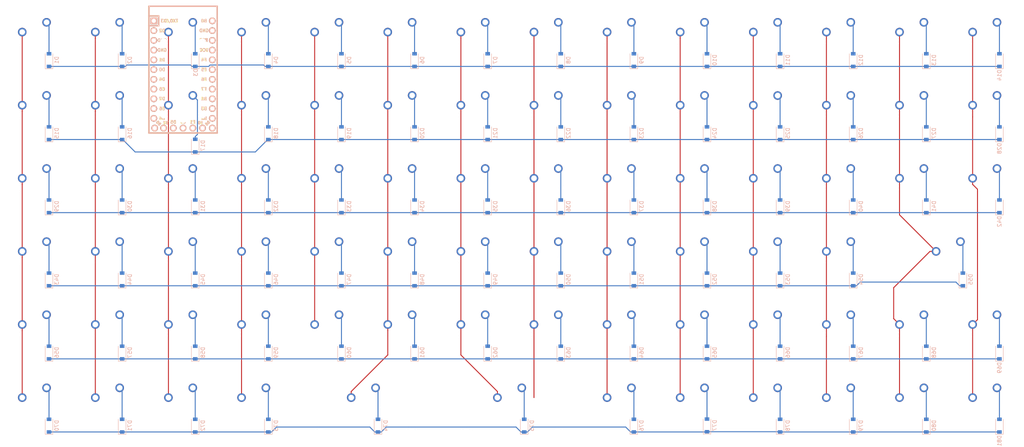
<source format=kicad_pcb>
(kicad_pcb (version 20171130) (host pcbnew "(5.1.4)-1")
  (title_block (title B3PKey) (rev 1) (company "Elsbree Enterprises"))
  (layers (0 F.Cu signal) (31 B.Cu signal) (34 B.Paste user) (35 F.Paste user) (36 B.SilkS user) (37 F.SilkS user) (38 B.Mask user) (39 F.Mask user) (44 Edge.Cuts user))
  (net 0 "")
  (net 1 ROW0)
  (net 2 "Net-(D1-Pad2)")
  (net 3 "Net-(D2-Pad2)")
  (net 4 "Net-(D3-Pad2)")
  (net 5 "Net-(D4-Pad2)")
  (net 6 "Net-(D5-Pad2)")
  (net 7 "Net-(D6-Pad2)")
  (net 8 "Net-(D7-Pad2)")
  (net 9 "Net-(D8-Pad2)")
  (net 10 "Net-(D9-Pad2)")
  (net 11 "Net-(D10-Pad2)")
  (net 12 "Net-(D11-Pad2)")
  (net 13 "Net-(D12-Pad2)")
  (net 14 "Net-(D13-Pad2)")
  (net 15 "Net-(D14-Pad2)")
  (net 16 ROW1)
  (net 17 "Net-(D15-Pad2)")
  (net 18 "Net-(D16-Pad2)")
  (net 19 "Net-(D17-Pad2)")
  (net 20 "Net-(D18-Pad2)")
  (net 21 "Net-(D19-Pad2)")
  (net 22 "Net-(D20-Pad2)")
  (net 23 "Net-(D21-Pad2)")
  (net 24 "Net-(D22-Pad2)")
  (net 25 "Net-(D23-Pad2)")
  (net 26 "Net-(D24-Pad2)")
  (net 27 "Net-(D25-Pad2)")
  (net 28 "Net-(D26-Pad2)")
  (net 29 "Net-(D27-Pad2)")
  (net 30 "Net-(D28-Pad2)")
  (net 31 ROW2)
  (net 32 "Net-(D29-Pad2)")
  (net 33 "Net-(D30-Pad2)")
  (net 34 "Net-(D31-Pad2)")
  (net 35 "Net-(D32-Pad2)")
  (net 36 "Net-(D33-Pad2)")
  (net 37 "Net-(D34-Pad2)")
  (net 38 "Net-(D35-Pad2)")
  (net 39 "Net-(D36-Pad2)")
  (net 40 "Net-(D37-Pad2)")
  (net 41 "Net-(D38-Pad2)")
  (net 42 "Net-(D39-Pad2)")
  (net 43 "Net-(D40-Pad2)")
  (net 44 "Net-(D41-Pad2)")
  (net 45 "Net-(D42-Pad2)")
  (net 46 ROW3)
  (net 47 "Net-(D43-Pad2)")
  (net 48 "Net-(D44-Pad2)")
  (net 49 "Net-(D45-Pad2)")
  (net 50 "Net-(D46-Pad2)")
  (net 51 "Net-(D47-Pad2)")
  (net 52 "Net-(D48-Pad2)")
  (net 53 "Net-(D49-Pad2)")
  (net 54 "Net-(D50-Pad2)")
  (net 55 "Net-(D51-Pad2)")
  (net 56 "Net-(D52-Pad2)")
  (net 57 "Net-(D53-Pad2)")
  (net 58 "Net-(D54-Pad2)")
  (net 59 "Net-(D55-Pad2)")
  (net 60 ROW4)
  (net 61 "Net-(D56-Pad2)")
  (net 62 "Net-(D57-Pad2)")
  (net 63 "Net-(D58-Pad2)")
  (net 64 "Net-(D59-Pad2)")
  (net 65 "Net-(D60-Pad2)")
  (net 66 "Net-(D61-Pad2)")
  (net 67 "Net-(D62-Pad2)")
  (net 68 "Net-(D63-Pad2)")
  (net 69 "Net-(D64-Pad2)")
  (net 70 "Net-(D65-Pad2)")
  (net 71 "Net-(D66-Pad2)")
  (net 72 "Net-(D67-Pad2)")
  (net 73 "Net-(D68-Pad2)")
  (net 74 "Net-(D69-Pad2)")
  (net 75 ROW5)
  (net 76 "Net-(D70-Pad2)")
  (net 77 "Net-(D71-Pad2)")
  (net 78 "Net-(D72-Pad2)")
  (net 79 "Net-(D73-Pad2)")
  (net 80 "Net-(D74-Pad2)")
  (net 81 "Net-(D75-Pad2)")
  (net 82 "Net-(D76-Pad2)")
  (net 83 "Net-(D77-Pad2)")
  (net 84 "Net-(D78-Pad2)")
  (net 85 "Net-(D79-Pad2)")
  (net 86 "Net-(D80-Pad2)")
  (net 87 COL0)
  (net 88 COL1)
  (net 89 COL2)
  (net 90 COL3)
  (net 91 COL4)
  (net 92 COL5)
  (net 93 COL6)
  (net 94 COL7)
  (net 95 COL8)
  (net 96 COL9)
  (net 97 COL10)
  (net 98 COL11)
  (net 99 COL12)
  (net 100 COL13)
  (net 101 "Net-(D81-Pad2)")
  (net 102 "Net-(U2-Pad25)")
  (net 103 "Net-(U2-Pad26)")
  (net 104 "Net-(U2-Pad27)")
  (net 105 "Net-(U2-Pad28)")
  (net 106 "Net-(U2-Pad29)")
  (net 107 "Net-(U2-Pad24)")
  (net 108 "Net-(U2-Pad12)")
  (net 109 "Net-(U2-Pad23)")
  (net 110 "Net-(U2-Pad22)")
  (net 111 "Net-(U2-Pad21)")
  (net 112 "Net-(U2-Pad20)")
  (net 113 "Net-(U2-Pad19)")
  (net 114 "Net-(U2-Pad18)")
  (net 115 "Net-(U2-Pad17)")
  (net 116 "Net-(U2-Pad16)")
  (net 117 "Net-(U2-Pad15)")
  (net 118 "Net-(U2-Pad14)")
  (net 119 "Net-(U2-Pad13)")
  (net 120 "Net-(U2-Pad11)")
  (net 121 "Net-(U2-Pad10)")
  (net 122 "Net-(U2-Pad9)")
  (net 123 "Net-(U2-Pad8)")
  (net 124 "Net-(U2-Pad7)")
  (net 125 "Net-(U2-Pad6)")
  (net 126 "Net-(U2-Pad5)")
  (net 127 "Net-(U2-Pad4)")
  (net 128 "Net-(U2-Pad3)")
  (net 129 "Net-(U2-Pad2)")
  (net 130 "Net-(U2-Pad1)")
  (module Keebio-Parts:Elite-C (layer F.Cu) (at 60.325 30.734 270)
    (fp_text reference U2 hide)
    (fp_text value Elite-C hide)
    (fp_text user D2 (at -11.43 5.461) (layer B.SilkS) (effects (font (size 0.8 0.8)) (justify mirror)))
    (fp_text user D0 (at -1.27 5.461) (layer B.SilkS) (effects (font (size 0.8 0.8)) (justify mirror)))
    (fp_text user D1 (at -3.81 5.461) (layer B.SilkS) (effects (font (size 0.8 0.8)) (justify mirror)))
    (fp_text user GND (at -6.35 5.461) (layer B.SilkS) (effects (font (size 0.8 0.8)) (justify mirror)))
    (fp_text user GND (at -8.89 5.461) (layer B.SilkS) (effects (font (size 0.8 0.8)) (justify mirror)))
    (fp_text user D4 (at 1.27 5.461) (layer B.SilkS) (effects (font (size 0.8 0.8)) (justify mirror)))
    (fp_text user C6 (at 3.81 5.461) (layer B.SilkS) (effects (font (size 0.8 0.8)) (justify mirror)))
    (fp_text user D7 (at 6.35 5.461) (layer B.SilkS) (effects (font (size 0.8 0.8)) (justify mirror)))
    (fp_text user E6 (at 8.89 5.461) (layer B.SilkS) (effects (font (size 0.8 0.8)) (justify mirror)))
    (fp_text user B4 (at 11.43 5.461) (layer B.SilkS) (effects (font (size 0.8 0.8)) (justify mirror)))
    (fp_text user B5 (at 12.7 6.4 135) (layer B.SilkS) (effects (font (size 0.7 0.7)) (justify mirror)))
    (fp_text user B2 (at 11.43 -5.461) (layer F.SilkS) (effects (font (size 0.8 0.8))))
    (fp_text user B3 (at 8.89 -5.461) (layer B.SilkS) (effects (font (size 0.8 0.8)) (justify mirror)))
    (fp_text user B1 (at 6.35 -5.461) (layer B.SilkS) (effects (font (size 0.8 0.8)) (justify mirror)))
    (fp_text user F7 (at 3.81 -5.461) (layer F.SilkS) (effects (font (size 0.8 0.8))))
    (fp_text user F6 (at 1.27 -5.461) (layer F.SilkS) (effects (font (size 0.8 0.8))))
    (fp_text user F5 (at -1.27 -5.461) (layer F.SilkS) (effects (font (size 0.8 0.8))))
    (fp_text user F4 (at -3.81 -5.461) (layer B.SilkS) (effects (font (size 0.8 0.8)) (justify mirror)))
    (fp_text user VCC (at -6.35 -5.461) (layer B.SilkS) (effects (font (size 0.8 0.8)) (justify mirror)))
    (fp_text user GND (at -11.43 -5.461) (layer B.SilkS) (effects (font (size 0.8 0.8)) (justify mirror)))
    (fp_text user B0 (at -13.97 -5.461) (layer B.SilkS) (effects (font (size 0.8 0.8)) (justify mirror)))
    (fp_text user B0 (at -13.97 -5.461) (layer F.SilkS) (effects (font (size 0.8 0.8))))
    (fp_text user GND (at -11.43 -5.461) (layer F.SilkS) (effects (font (size 0.8 0.8))))
    (fp_text user ST (at -8.92 -5.73312) (layer F.SilkS) (effects (font (size 0.8 0.8))))
    (fp_text user VCC (at -6.35 -5.461) (layer F.SilkS) (effects (font (size 0.8 0.8))))
    (fp_text user F4 (at -3.81 -5.461) (layer F.SilkS) (effects (font (size 0.8 0.8))))
    (fp_text user F5 (at -1.27 -5.461) (layer B.SilkS) (effects (font (size 0.8 0.8)) (justify mirror)))
    (fp_text user F6 (at 1.27 -5.461) (layer B.SilkS) (effects (font (size 0.8 0.8)) (justify mirror)))
    (fp_text user F7 (at 3.81 -5.461) (layer B.SilkS) (effects (font (size 0.8 0.8)) (justify mirror)))
    (fp_text user B1 (at 6.35 -5.461) (layer F.SilkS) (effects (font (size 0.8 0.8))))
    (fp_text user B3 (at 8.89 -5.461) (layer F.SilkS) (effects (font (size 0.8 0.8))))
    (fp_text user B2 (at 11.43 -5.461) (layer B.SilkS) (effects (font (size 0.8 0.8)) (justify mirror)))
    (fp_text user B5 (at 12.7 6.4 135) (layer F.SilkS) (effects (font (size 0.7 0.7))))
    (fp_text user B4 (at 11.43 5.461) (layer F.SilkS) (effects (font (size 0.8 0.8))))
    (fp_text user E6 (at 8.89 5.461) (layer F.SilkS) (effects (font (size 0.8 0.8))))
    (fp_text user D7 (at 6.35 5.461) (layer F.SilkS) (effects (font (size 0.8 0.8))))
    (fp_text user C6 (at 3.81 5.461) (layer F.SilkS) (effects (font (size 0.8 0.8))))
    (fp_text user D4 (at 1.27 5.461) (layer F.SilkS) (effects (font (size 0.8 0.8))))
    (fp_text user GND (at -8.89 5.461) (layer F.SilkS) (effects (font (size 0.8 0.8))))
    (fp_text user GND (at -6.35 5.461) (layer F.SilkS) (effects (font (size 0.8 0.8))))
    (fp_text user D1 (at -3.81 5.461) (layer F.SilkS) (effects (font (size 0.8 0.8))))
    (fp_text user D0 (at -1.27 5.461) (layer F.SilkS) (effects (font (size 0.8 0.8))))
    (fp_text user D2 (at -11.43 5.461) (layer F.SilkS) (effects (font (size 0.8 0.8))))
    (fp_text user TX0/D3 (at -13.97 3.571872) (layer B.SilkS) (effects (font (size 0.8 0.8)) (justify mirror)))
    (fp_text user TX0/D3 (at -13.97 3.571872) (layer F.SilkS) (effects (font (size 0.8 0.8))))
    (fp_text user ST (at -8.91 -5.04) (layer B.SilkS) (effects (font (size 0.8 0.8)) (justify mirror)))
    (fp_text user B7 (at 12.6 4.5) (layer F.SilkS) (effects (font (size 0.7 0.7))))
    (fp_text user B7 (at 12.6 4.5) (layer B.SilkS) (effects (font (size 0.7 0.7)) (justify mirror)))
    (fp_text user F0 (at 12.6 -4.5) (layer B.SilkS) (effects (font (size 0.7 0.7)) (justify mirror)))
    (fp_text user F0 (at 12.6 -4.5) (layer F.SilkS) (effects (font (size 0.7 0.7))))
    (fp_text user B6 (at 12.7 -6.4 45 unlocked) (layer F.SilkS) (effects (font (size 0.7 0.7))))
    (fp_text user B6 (at 12.7 -6.4 45 unlocked) (layer B.SilkS) (effects (font (size 0.7 0.7)) (justify mirror)))
    (fp_text user C7 (at 12.4 0) (layer F.SilkS) (effects (font (size 0.8 0.8))))
    (fp_text user C7 (at 12.4 0) (layer B.SilkS) (effects (font (size 0.8 0.8)) (justify mirror)))
    (fp_text user F1 (at 12.4 -2.54) (layer B.SilkS) (effects (font (size 0.8 0.8)) (justify mirror)))
    (fp_text user F1 (at 12.4 -2.54) (layer F.SilkS) (effects (font (size 0.8 0.8))))
    (fp_text user D5 (at 12.4 2.54) (layer F.SilkS) (effects (font (size 0.8 0.8))))
    (fp_text user D5 (at 12.4 2.54) (layer B.SilkS) (effects (font (size 0.8 0.8)) (justify mirror)))
    (pad 1 thru_hole rect (at -13.97 7.62 270) (size 1.7526 1.7526) (drill 1.0922) (layers *.Cu *.SilkS *.Mask) (net 130 "Net-(U2-Pad1)"))
    (pad 2 thru_hole circle (at -11.43 7.62 270) (size 1.7526 1.7526) (drill 1.0922) (layers *.Cu *.SilkS *.Mask) (net 129 "Net-(U2-Pad2)"))
    (pad 3 thru_hole circle (at -8.89 7.62 270) (size 1.7526 1.7526) (drill 1.0922) (layers *.Cu *.SilkS *.Mask) (net 128 "Net-(U2-Pad3)"))
    (pad 4 thru_hole circle (at -6.35 7.62 270) (size 1.7526 1.7526) (drill 1.0922) (layers *.Cu *.SilkS *.Mask) (net 127 "Net-(U2-Pad4)"))
    (pad 5 thru_hole circle (at -3.81 7.62 270) (size 1.7526 1.7526) (drill 1.0922) (layers *.Cu *.SilkS *.Mask) (net 126 "Net-(U2-Pad5)"))
    (pad 6 thru_hole circle (at -1.27 7.62 270) (size 1.7526 1.7526) (drill 1.0922) (layers *.Cu *.SilkS *.Mask) (net 125 "Net-(U2-Pad6)"))
    (pad 7 thru_hole circle (at 1.27 7.62 270) (size 1.7526 1.7526) (drill 1.0922) (layers *.Cu *.SilkS *.Mask) (net 124 "Net-(U2-Pad7)"))
    (pad 8 thru_hole circle (at 3.81 7.62 270) (size 1.7526 1.7526) (drill 1.0922) (layers *.Cu *.SilkS *.Mask) (net 123 "Net-(U2-Pad8)"))
    (pad 9 thru_hole circle (at 6.35 7.62 270) (size 1.7526 1.7526) (drill 1.0922) (layers *.Cu *.SilkS *.Mask) (net 122 "Net-(U2-Pad9)"))
    (pad 10 thru_hole circle (at 8.89 7.62 270) (size 1.7526 1.7526) (drill 1.0922) (layers *.Cu *.SilkS *.Mask) (net 121 "Net-(U2-Pad10)"))
    (pad 11 thru_hole circle (at 11.43 7.62 270) (size 1.7526 1.7526) (drill 1.0922) (layers *.Cu *.SilkS *.Mask) (net 120 "Net-(U2-Pad11)"))
    (pad 13 thru_hole circle (at 13.97 -7.62 270) (size 1.7526 1.7526) (drill 1.0922) (layers *.Cu *.SilkS *.Mask) (net 119 "Net-(U2-Pad13)"))
    (pad 14 thru_hole circle (at 11.43 -7.62 270) (size 1.7526 1.7526) (drill 1.0922) (layers *.Cu *.SilkS *.Mask) (net 118 "Net-(U2-Pad14)"))
    (pad 15 thru_hole circle (at 8.89 -7.62 270) (size 1.7526 1.7526) (drill 1.0922) (layers *.Cu *.SilkS *.Mask) (net 117 "Net-(U2-Pad15)"))
    (pad 16 thru_hole circle (at 6.35 -7.62 270) (size 1.7526 1.7526) (drill 1.0922) (layers *.Cu *.SilkS *.Mask) (net 116 "Net-(U2-Pad16)"))
    (pad 17 thru_hole circle (at 3.81 -7.62 270) (size 1.7526 1.7526) (drill 1.0922) (layers *.Cu *.SilkS *.Mask) (net 115 "Net-(U2-Pad17)"))
    (pad 18 thru_hole circle (at 1.27 -7.62 270) (size 1.7526 1.7526) (drill 1.0922) (layers *.Cu *.SilkS *.Mask) (net 114 "Net-(U2-Pad18)"))
    (pad 19 thru_hole circle (at -1.27 -7.62 270) (size 1.7526 1.7526) (drill 1.0922) (layers *.Cu *.SilkS *.Mask) (net 113 "Net-(U2-Pad19)"))
    (pad 20 thru_hole circle (at -3.81 -7.62 270) (size 1.7526 1.7526) (drill 1.0922) (layers *.Cu *.SilkS *.Mask) (net 112 "Net-(U2-Pad20)"))
    (pad 21 thru_hole circle (at -6.35 -7.62 270) (size 1.7526 1.7526) (drill 1.0922) (layers *.Cu *.SilkS *.Mask) (net 111 "Net-(U2-Pad21)"))
    (pad 22 thru_hole circle (at -8.89 -7.62 270) (size 1.7526 1.7526) (drill 1.0922) (layers *.Cu *.SilkS *.Mask) (net 110 "Net-(U2-Pad22)"))
    (pad 23 thru_hole circle (at -11.43 -7.62 270) (size 1.7526 1.7526) (drill 1.0922) (layers *.Cu *.SilkS *.Mask) (net 109 "Net-(U2-Pad23)"))
    (pad 12 thru_hole circle (at 13.97 7.3914 270) (size 1.7526 1.7526) (drill 1.0922) (layers *.Cu *.SilkS *.Mask) (net 108 "Net-(U2-Pad12)"))
    (pad 24 thru_hole circle (at -13.97 -7.62 270) (size 1.7526 1.7526) (drill 1.0922) (layers *.Cu *.SilkS *.Mask) (net 107 "Net-(U2-Pad24)"))
    (pad 29 thru_hole circle (at 13.97 -5.08 270) (size 1.7526 1.7526) (drill 1.0922) (layers *.Cu *.SilkS *.Mask) (net 106 "Net-(U2-Pad29)"))
    (pad 28 thru_hole circle (at 13.97 -2.54 270) (size 1.7526 1.7526) (drill 1.0922) (layers *.Cu *.SilkS *.Mask) (net 105 "Net-(U2-Pad28)"))
    (pad 27 thru_hole circle (at 13.97 0 270) (size 1.7526 1.7526) (drill 1.0922) (layers *.Cu *.SilkS *.Mask) (net 104 "Net-(U2-Pad27)"))
    (pad 26 thru_hole circle (at 13.97 2.54 270) (size 1.7526 1.7526) (drill 1.0922) (layers *.Cu *.SilkS *.Mask) (net 103 "Net-(U2-Pad26)"))
    (pad 25 thru_hole circle (at 13.97 5.08 270) (size 1.7526 1.7526) (drill 1.0922) (layers *.Cu *.SilkS *.Mask) (net 102 "Net-(U2-Pad25)"))
  )
  (module MX_Only:MXOnly-2U-ReversedStabilizers-NoLED (layer F.Cu) (at 146.05 117.475)
    (fp_text reference MX75)
    (fp_text value MX-NoLED)
    (pad 2 thru_hole circle (at 2.54 -5.08) (size 2.25 2.25) (drill 1.47) (layers *.Cu B.Mask) (net 81 "Net-(D75-Pad2)"))
    (pad "" np_thru_hole circle (at 0 0) (size 3.9878 3.9878) (drill 3.9878) (layers *.Cu *.Mask))
    (pad 1 thru_hole circle (at -3.81 -2.54) (size 2.25 2.25) (drill 1.47) (layers *.Cu B.Mask) (net 93 COL6))
    (pad "" np_thru_hole circle (at -5.08 0 48.0996) (size 1.75 1.75) (drill 1.75) (layers *.Cu *.Mask))
    (pad "" np_thru_hole circle (at 5.08 0 48.0996) (size 1.75 1.75) (drill 1.75) (layers *.Cu *.Mask))
    (pad "" np_thru_hole circle (at -11.90625 6.985) (size 3.048 3.048) (drill 3.048) (layers *.Cu *.Mask))
    (pad "" np_thru_hole circle (at 11.90625 6.985) (size 3.048 3.048) (drill 3.048) (layers *.Cu *.Mask))
    (pad "" np_thru_hole circle (at -11.90625 -8.255) (size 3.9878 3.9878) (drill 3.9878) (layers *.Cu *.Mask))
    (pad "" np_thru_hole circle (at 11.90625 -8.255) (size 3.9878 3.9878) (drill 3.9878) (layers *.Cu *.Mask))
  )
  (module MX_Only:MXOnly-2U-ReversedStabilizers-NoLED (layer F.Cu) (at 107.95 117.475)
    (fp_text reference MX74)
    (fp_text value MX-NoLED)
    (pad 2 thru_hole circle (at 2.54 -5.08) (size 2.25 2.25) (drill 1.47) (layers *.Cu B.Mask) (net 80 "Net-(D74-Pad2)"))
    (pad "" np_thru_hole circle (at 0 0) (size 3.9878 3.9878) (drill 3.9878) (layers *.Cu *.Mask))
    (pad 1 thru_hole circle (at -3.81 -2.54) (size 2.25 2.25) (drill 1.47) (layers *.Cu B.Mask) (net 92 COL5))
    (pad "" np_thru_hole circle (at -5.08 0 48.0996) (size 1.75 1.75) (drill 1.75) (layers *.Cu *.Mask))
    (pad "" np_thru_hole circle (at 5.08 0 48.0996) (size 1.75 1.75) (drill 1.75) (layers *.Cu *.Mask))
    (pad "" np_thru_hole circle (at -11.90625 6.985) (size 3.048 3.048) (drill 3.048) (layers *.Cu *.Mask))
    (pad "" np_thru_hole circle (at 11.90625 6.985) (size 3.048 3.048) (drill 3.048) (layers *.Cu *.Mask))
    (pad "" np_thru_hole circle (at -11.90625 -8.255) (size 3.9878 3.9878) (drill 3.9878) (layers *.Cu *.Mask))
    (pad "" np_thru_hole circle (at 11.90625 -8.255) (size 3.9878 3.9878) (drill 3.9878) (layers *.Cu *.Mask))
  )
  (module MX_Only:MXOnly-1U-NoLED (layer F.Cu) (at 269.875 117.475)
    (fp_text reference MX81)
    (fp_text value MX-NoLED)
    (pad 2 thru_hole circle (at 2.54 -5.08) (size 2.25 2.25) (drill 1.47) (layers *.Cu B.Mask) (net 101 "Net-(D81-Pad2)"))
    (pad "" np_thru_hole circle (at 0 0) (size 3.9878 3.9878) (drill 3.9878) (layers *.Cu *.Mask))
    (pad 1 thru_hole circle (at -3.81 -2.54) (size 2.25 2.25) (drill 1.47) (layers *.Cu B.Mask) (net 100 COL13))
    (pad "" np_thru_hole circle (at -5.08 0 48.0996) (size 1.75 1.75) (drill 1.75) (layers *.Cu *.Mask))
    (pad "" np_thru_hole circle (at 5.08 0 48.0996) (size 1.75 1.75) (drill 1.75) (layers *.Cu *.Mask))
  )
  (module Diode_SMD:D_SOD-123 (layer B.Cu) (at 273.05 122.2375 90)
    (fp_text reference D81 (at -3.96875 0 90) (layer B.SilkS) (effects (justify mirror)))
    (fp_text value D_Small)
    (pad 1 smd rect (at -1.65 0 90) (size 0.9 1.2) (layers B.Cu B.Paste B.Mask) (net 75 ROW5))
    (pad 2 smd rect (at 1.65 0 90) (size 0.9 1.2) (layers B.Cu B.Paste B.Mask) (net 101 "Net-(D81-Pad2)"))
  )
  (module MX_Only:MXOnly-1U-NoLED (layer F.Cu) (at 250.825 117.475)
    (fp_text reference MX80)
    (fp_text value MX-NoLED)
    (pad 2 thru_hole circle (at 2.54 -5.08) (size 2.25 2.25) (drill 1.47) (layers *.Cu B.Mask) (net 86 "Net-(D80-Pad2)"))
    (pad "" np_thru_hole circle (at 0 0) (size 3.9878 3.9878) (drill 3.9878) (layers *.Cu *.Mask))
    (pad 1 thru_hole circle (at -3.81 -2.54) (size 2.25 2.25) (drill 1.47) (layers *.Cu B.Mask) (net 99 COL12))
    (pad "" np_thru_hole circle (at -5.08 0 48.0996) (size 1.75 1.75) (drill 1.75) (layers *.Cu *.Mask))
    (pad "" np_thru_hole circle (at 5.08 0 48.0996) (size 1.75 1.75) (drill 1.75) (layers *.Cu *.Mask))
  )
  (module MX_Only:MXOnly-1U-NoLED (layer F.Cu) (at 231.775 117.475)
    (fp_text reference MX79)
    (fp_text value MX-NoLED)
    (pad 2 thru_hole circle (at 2.54 -5.08) (size 2.25 2.25) (drill 1.47) (layers *.Cu B.Mask) (net 85 "Net-(D79-Pad2)"))
    (pad "" np_thru_hole circle (at 0 0) (size 3.9878 3.9878) (drill 3.9878) (layers *.Cu *.Mask))
    (pad 1 thru_hole circle (at -3.81 -2.54) (size 2.25 2.25) (drill 1.47) (layers *.Cu B.Mask) (net 98 COL11))
    (pad "" np_thru_hole circle (at -5.08 0 48.0996) (size 1.75 1.75) (drill 1.75) (layers *.Cu *.Mask))
    (pad "" np_thru_hole circle (at 5.08 0 48.0996) (size 1.75 1.75) (drill 1.75) (layers *.Cu *.Mask))
  )
  (module MX_Only:MXOnly-1U-NoLED (layer F.Cu) (at 212.725 117.475)
    (fp_text reference MX78)
    (fp_text value MX-NoLED)
    (pad 2 thru_hole circle (at 2.54 -5.08) (size 2.25 2.25) (drill 1.47) (layers *.Cu B.Mask) (net 84 "Net-(D78-Pad2)"))
    (pad "" np_thru_hole circle (at 0 0) (size 3.9878 3.9878) (drill 3.9878) (layers *.Cu *.Mask))
    (pad 1 thru_hole circle (at -3.81 -2.54) (size 2.25 2.25) (drill 1.47) (layers *.Cu B.Mask) (net 97 COL10))
    (pad "" np_thru_hole circle (at -5.08 0 48.0996) (size 1.75 1.75) (drill 1.75) (layers *.Cu *.Mask))
    (pad "" np_thru_hole circle (at 5.08 0 48.0996) (size 1.75 1.75) (drill 1.75) (layers *.Cu *.Mask))
  )
  (module MX_Only:MXOnly-1U-NoLED (layer F.Cu) (at 193.675 117.475)
    (fp_text reference MX77)
    (fp_text value MX-NoLED)
    (pad 2 thru_hole circle (at 2.54 -5.08) (size 2.25 2.25) (drill 1.47) (layers *.Cu B.Mask) (net 83 "Net-(D77-Pad2)"))
    (pad "" np_thru_hole circle (at 0 0) (size 3.9878 3.9878) (drill 3.9878) (layers *.Cu *.Mask))
    (pad 1 thru_hole circle (at -3.81 -2.54) (size 2.25 2.25) (drill 1.47) (layers *.Cu B.Mask) (net 96 COL9))
    (pad "" np_thru_hole circle (at -5.08 0 48.0996) (size 1.75 1.75) (drill 1.75) (layers *.Cu *.Mask))
    (pad "" np_thru_hole circle (at 5.08 0 48.0996) (size 1.75 1.75) (drill 1.75) (layers *.Cu *.Mask))
  )
  (module MX_Only:MXOnly-1U-NoLED (layer F.Cu) (at 174.625 117.475)
    (fp_text reference MX76)
    (fp_text value MX-NoLED)
    (pad 2 thru_hole circle (at 2.54 -5.08) (size 2.25 2.25) (drill 1.47) (layers *.Cu B.Mask) (net 82 "Net-(D76-Pad2)"))
    (pad "" np_thru_hole circle (at 0 0) (size 3.9878 3.9878) (drill 3.9878) (layers *.Cu *.Mask))
    (pad 1 thru_hole circle (at -3.81 -2.54) (size 2.25 2.25) (drill 1.47) (layers *.Cu B.Mask) (net 95 COL8))
    (pad "" np_thru_hole circle (at -5.08 0 48.0996) (size 1.75 1.75) (drill 1.75) (layers *.Cu *.Mask))
    (pad "" np_thru_hole circle (at 5.08 0 48.0996) (size 1.75 1.75) (drill 1.75) (layers *.Cu *.Mask))
  )
  (module MX_Only:MXOnly-1U-NoLED (layer F.Cu) (at 79.375 117.475)
    (fp_text reference MX73)
    (fp_text value MX-NoLED)
    (pad 2 thru_hole circle (at 2.54 -5.08) (size 2.25 2.25) (drill 1.47) (layers *.Cu B.Mask) (net 79 "Net-(D73-Pad2)"))
    (pad "" np_thru_hole circle (at 0 0) (size 3.9878 3.9878) (drill 3.9878) (layers *.Cu *.Mask))
    (pad 1 thru_hole circle (at -3.81 -2.54) (size 2.25 2.25) (drill 1.47) (layers *.Cu B.Mask) (net 90 COL3))
    (pad "" np_thru_hole circle (at -5.08 0 48.0996) (size 1.75 1.75) (drill 1.75) (layers *.Cu *.Mask))
    (pad "" np_thru_hole circle (at 5.08 0 48.0996) (size 1.75 1.75) (drill 1.75) (layers *.Cu *.Mask))
  )
  (module MX_Only:MXOnly-1U-NoLED (layer F.Cu) (at 60.325 117.475)
    (fp_text reference MX72)
    (fp_text value MX-NoLED)
    (pad 2 thru_hole circle (at 2.54 -5.08) (size 2.25 2.25) (drill 1.47) (layers *.Cu B.Mask) (net 78 "Net-(D72-Pad2)"))
    (pad "" np_thru_hole circle (at 0 0) (size 3.9878 3.9878) (drill 3.9878) (layers *.Cu *.Mask))
    (pad 1 thru_hole circle (at -3.81 -2.54) (size 2.25 2.25) (drill 1.47) (layers *.Cu B.Mask) (net 89 COL2))
    (pad "" np_thru_hole circle (at -5.08 0 48.0996) (size 1.75 1.75) (drill 1.75) (layers *.Cu *.Mask))
    (pad "" np_thru_hole circle (at 5.08 0 48.0996) (size 1.75 1.75) (drill 1.75) (layers *.Cu *.Mask))
  )
  (module MX_Only:MXOnly-1U-NoLED (layer F.Cu) (at 41.275 117.475)
    (fp_text reference MX71)
    (fp_text value MX-NoLED)
    (pad 2 thru_hole circle (at 2.54 -5.08) (size 2.25 2.25) (drill 1.47) (layers *.Cu B.Mask) (net 77 "Net-(D71-Pad2)"))
    (pad "" np_thru_hole circle (at 0 0) (size 3.9878 3.9878) (drill 3.9878) (layers *.Cu *.Mask))
    (pad 1 thru_hole circle (at -3.81 -2.54) (size 2.25 2.25) (drill 1.47) (layers *.Cu B.Mask) (net 88 COL1))
    (pad "" np_thru_hole circle (at -5.08 0 48.0996) (size 1.75 1.75) (drill 1.75) (layers *.Cu *.Mask))
    (pad "" np_thru_hole circle (at 5.08 0 48.0996) (size 1.75 1.75) (drill 1.75) (layers *.Cu *.Mask))
  )
  (module MX_Only:MXOnly-1U-NoLED (layer F.Cu) (at 22.225 117.475)
    (fp_text reference MX70)
    (fp_text value MX-NoLED)
    (pad 2 thru_hole circle (at 2.54 -5.08) (size 2.25 2.25) (drill 1.47) (layers *.Cu B.Mask) (net 76 "Net-(D70-Pad2)"))
    (pad "" np_thru_hole circle (at 0 0) (size 3.9878 3.9878) (drill 3.9878) (layers *.Cu *.Mask))
    (pad 1 thru_hole circle (at -3.81 -2.54) (size 2.25 2.25) (drill 1.47) (layers *.Cu B.Mask) (net 87 COL0))
    (pad "" np_thru_hole circle (at -5.08 0 48.0996) (size 1.75 1.75) (drill 1.75) (layers *.Cu *.Mask))
    (pad "" np_thru_hole circle (at 5.08 0 48.0996) (size 1.75 1.75) (drill 1.75) (layers *.Cu *.Mask))
  )
  (module MX_Only:MXOnly-1U-NoLED (layer F.Cu) (at 269.875 98.425)
    (fp_text reference MX69)
    (fp_text value MX-NoLED)
    (pad 2 thru_hole circle (at 2.54 -5.08) (size 2.25 2.25) (drill 1.47) (layers *.Cu B.Mask) (net 74 "Net-(D69-Pad2)"))
    (pad "" np_thru_hole circle (at 0 0) (size 3.9878 3.9878) (drill 3.9878) (layers *.Cu *.Mask))
    (pad 1 thru_hole circle (at -3.81 -2.54) (size 2.25 2.25) (drill 1.47) (layers *.Cu B.Mask) (net 100 COL13))
    (pad "" np_thru_hole circle (at -5.08 0 48.0996) (size 1.75 1.75) (drill 1.75) (layers *.Cu *.Mask))
    (pad "" np_thru_hole circle (at 5.08 0 48.0996) (size 1.75 1.75) (drill 1.75) (layers *.Cu *.Mask))
  )
  (module MX_Only:MXOnly-1U-NoLED (layer F.Cu) (at 250.825 98.425)
    (fp_text reference MX68)
    (fp_text value MX-NoLED)
    (pad 2 thru_hole circle (at 2.54 -5.08) (size 2.25 2.25) (drill 1.47) (layers *.Cu B.Mask) (net 73 "Net-(D68-Pad2)"))
    (pad "" np_thru_hole circle (at 0 0) (size 3.9878 3.9878) (drill 3.9878) (layers *.Cu *.Mask))
    (pad 1 thru_hole circle (at -3.81 -2.54) (size 2.25 2.25) (drill 1.47) (layers *.Cu B.Mask) (net 99 COL12))
    (pad "" np_thru_hole circle (at -5.08 0 48.0996) (size 1.75 1.75) (drill 1.75) (layers *.Cu *.Mask))
    (pad "" np_thru_hole circle (at 5.08 0 48.0996) (size 1.75 1.75) (drill 1.75) (layers *.Cu *.Mask))
  )
  (module MX_Only:MXOnly-1U-NoLED (layer F.Cu) (at 231.775 98.425)
    (fp_text reference MX67)
    (fp_text value MX-NoLED)
    (pad 2 thru_hole circle (at 2.54 -5.08) (size 2.25 2.25) (drill 1.47) (layers *.Cu B.Mask) (net 72 "Net-(D67-Pad2)"))
    (pad "" np_thru_hole circle (at 0 0) (size 3.9878 3.9878) (drill 3.9878) (layers *.Cu *.Mask))
    (pad 1 thru_hole circle (at -3.81 -2.54) (size 2.25 2.25) (drill 1.47) (layers *.Cu B.Mask) (net 98 COL11))
    (pad "" np_thru_hole circle (at -5.08 0 48.0996) (size 1.75 1.75) (drill 1.75) (layers *.Cu *.Mask))
    (pad "" np_thru_hole circle (at 5.08 0 48.0996) (size 1.75 1.75) (drill 1.75) (layers *.Cu *.Mask))
  )
  (module MX_Only:MXOnly-1U-NoLED (layer F.Cu) (at 212.725 98.425)
    (fp_text reference MX66)
    (fp_text value MX-NoLED)
    (pad 2 thru_hole circle (at 2.54 -5.08) (size 2.25 2.25) (drill 1.47) (layers *.Cu B.Mask) (net 71 "Net-(D66-Pad2)"))
    (pad "" np_thru_hole circle (at 0 0) (size 3.9878 3.9878) (drill 3.9878) (layers *.Cu *.Mask))
    (pad 1 thru_hole circle (at -3.81 -2.54) (size 2.25 2.25) (drill 1.47) (layers *.Cu B.Mask) (net 97 COL10))
    (pad "" np_thru_hole circle (at -5.08 0 48.0996) (size 1.75 1.75) (drill 1.75) (layers *.Cu *.Mask))
    (pad "" np_thru_hole circle (at 5.08 0 48.0996) (size 1.75 1.75) (drill 1.75) (layers *.Cu *.Mask))
  )
  (module MX_Only:MXOnly-1U-NoLED (layer F.Cu) (at 193.675 98.425)
    (fp_text reference MX65)
    (fp_text value MX-NoLED)
    (pad 2 thru_hole circle (at 2.54 -5.08) (size 2.25 2.25) (drill 1.47) (layers *.Cu B.Mask) (net 70 "Net-(D65-Pad2)"))
    (pad "" np_thru_hole circle (at 0 0) (size 3.9878 3.9878) (drill 3.9878) (layers *.Cu *.Mask))
    (pad 1 thru_hole circle (at -3.81 -2.54) (size 2.25 2.25) (drill 1.47) (layers *.Cu B.Mask) (net 96 COL9))
    (pad "" np_thru_hole circle (at -5.08 0 48.0996) (size 1.75 1.75) (drill 1.75) (layers *.Cu *.Mask))
    (pad "" np_thru_hole circle (at 5.08 0 48.0996) (size 1.75 1.75) (drill 1.75) (layers *.Cu *.Mask))
  )
  (module MX_Only:MXOnly-1U-NoLED (layer F.Cu) (at 174.625 98.425)
    (fp_text reference MX64)
    (fp_text value MX-NoLED)
    (pad 2 thru_hole circle (at 2.54 -5.08) (size 2.25 2.25) (drill 1.47) (layers *.Cu B.Mask) (net 69 "Net-(D64-Pad2)"))
    (pad "" np_thru_hole circle (at 0 0) (size 3.9878 3.9878) (drill 3.9878) (layers *.Cu *.Mask))
    (pad 1 thru_hole circle (at -3.81 -2.54) (size 2.25 2.25) (drill 1.47) (layers *.Cu B.Mask) (net 95 COL8))
    (pad "" np_thru_hole circle (at -5.08 0 48.0996) (size 1.75 1.75) (drill 1.75) (layers *.Cu *.Mask))
    (pad "" np_thru_hole circle (at 5.08 0 48.0996) (size 1.75 1.75) (drill 1.75) (layers *.Cu *.Mask))
  )
  (module MX_Only:MXOnly-1U-NoLED (layer F.Cu) (at 155.575 98.425)
    (fp_text reference MX63)
    (fp_text value MX-NoLED)
    (pad 2 thru_hole circle (at 2.54 -5.08) (size 2.25 2.25) (drill 1.47) (layers *.Cu B.Mask) (net 68 "Net-(D63-Pad2)"))
    (pad "" np_thru_hole circle (at 0 0) (size 3.9878 3.9878) (drill 3.9878) (layers *.Cu *.Mask))
    (pad 1 thru_hole circle (at -3.81 -2.54) (size 2.25 2.25) (drill 1.47) (layers *.Cu B.Mask) (net 94 COL7))
    (pad "" np_thru_hole circle (at -5.08 0 48.0996) (size 1.75 1.75) (drill 1.75) (layers *.Cu *.Mask))
    (pad "" np_thru_hole circle (at 5.08 0 48.0996) (size 1.75 1.75) (drill 1.75) (layers *.Cu *.Mask))
  )
  (module MX_Only:MXOnly-1U-NoLED (layer F.Cu) (at 136.525 98.425)
    (fp_text reference MX62)
    (fp_text value MX-NoLED)
    (pad 2 thru_hole circle (at 2.54 -5.08) (size 2.25 2.25) (drill 1.47) (layers *.Cu B.Mask) (net 67 "Net-(D62-Pad2)"))
    (pad "" np_thru_hole circle (at 0 0) (size 3.9878 3.9878) (drill 3.9878) (layers *.Cu *.Mask))
    (pad 1 thru_hole circle (at -3.81 -2.54) (size 2.25 2.25) (drill 1.47) (layers *.Cu B.Mask) (net 93 COL6))
    (pad "" np_thru_hole circle (at -5.08 0 48.0996) (size 1.75 1.75) (drill 1.75) (layers *.Cu *.Mask))
    (pad "" np_thru_hole circle (at 5.08 0 48.0996) (size 1.75 1.75) (drill 1.75) (layers *.Cu *.Mask))
  )
  (module MX_Only:MXOnly-1U-NoLED (layer F.Cu) (at 117.475 98.425)
    (fp_text reference MX61)
    (fp_text value MX-NoLED)
    (pad 2 thru_hole circle (at 2.54 -5.08) (size 2.25 2.25) (drill 1.47) (layers *.Cu B.Mask) (net 66 "Net-(D61-Pad2)"))
    (pad "" np_thru_hole circle (at 0 0) (size 3.9878 3.9878) (drill 3.9878) (layers *.Cu *.Mask))
    (pad 1 thru_hole circle (at -3.81 -2.54) (size 2.25 2.25) (drill 1.47) (layers *.Cu B.Mask) (net 92 COL5))
    (pad "" np_thru_hole circle (at -5.08 0 48.0996) (size 1.75 1.75) (drill 1.75) (layers *.Cu *.Mask))
    (pad "" np_thru_hole circle (at 5.08 0 48.0996) (size 1.75 1.75) (drill 1.75) (layers *.Cu *.Mask))
  )
  (module MX_Only:MXOnly-1U-NoLED (layer F.Cu) (at 98.425 98.425)
    (fp_text reference MX60)
    (fp_text value MX-NoLED)
    (pad 2 thru_hole circle (at 2.54 -5.08) (size 2.25 2.25) (drill 1.47) (layers *.Cu B.Mask) (net 65 "Net-(D60-Pad2)"))
    (pad "" np_thru_hole circle (at 0 0) (size 3.9878 3.9878) (drill 3.9878) (layers *.Cu *.Mask))
    (pad 1 thru_hole circle (at -3.81 -2.54) (size 2.25 2.25) (drill 1.47) (layers *.Cu B.Mask) (net 91 COL4))
    (pad "" np_thru_hole circle (at -5.08 0 48.0996) (size 1.75 1.75) (drill 1.75) (layers *.Cu *.Mask))
    (pad "" np_thru_hole circle (at 5.08 0 48.0996) (size 1.75 1.75) (drill 1.75) (layers *.Cu *.Mask))
  )
  (module MX_Only:MXOnly-1U-NoLED (layer F.Cu) (at 79.375 98.425)
    (fp_text reference MX59)
    (fp_text value MX-NoLED)
    (pad 2 thru_hole circle (at 2.54 -5.08) (size 2.25 2.25) (drill 1.47) (layers *.Cu B.Mask) (net 64 "Net-(D59-Pad2)"))
    (pad "" np_thru_hole circle (at 0 0) (size 3.9878 3.9878) (drill 3.9878) (layers *.Cu *.Mask))
    (pad 1 thru_hole circle (at -3.81 -2.54) (size 2.25 2.25) (drill 1.47) (layers *.Cu B.Mask) (net 90 COL3))
    (pad "" np_thru_hole circle (at -5.08 0 48.0996) (size 1.75 1.75) (drill 1.75) (layers *.Cu *.Mask))
    (pad "" np_thru_hole circle (at 5.08 0 48.0996) (size 1.75 1.75) (drill 1.75) (layers *.Cu *.Mask))
  )
  (module MX_Only:MXOnly-1U-NoLED (layer F.Cu) (at 60.325 98.425)
    (fp_text reference MX58)
    (fp_text value MX-NoLED)
    (pad 2 thru_hole circle (at 2.54 -5.08) (size 2.25 2.25) (drill 1.47) (layers *.Cu B.Mask) (net 63 "Net-(D58-Pad2)"))
    (pad "" np_thru_hole circle (at 0 0) (size 3.9878 3.9878) (drill 3.9878) (layers *.Cu *.Mask))
    (pad 1 thru_hole circle (at -3.81 -2.54) (size 2.25 2.25) (drill 1.47) (layers *.Cu B.Mask) (net 89 COL2))
    (pad "" np_thru_hole circle (at -5.08 0 48.0996) (size 1.75 1.75) (drill 1.75) (layers *.Cu *.Mask))
    (pad "" np_thru_hole circle (at 5.08 0 48.0996) (size 1.75 1.75) (drill 1.75) (layers *.Cu *.Mask))
  )
  (module MX_Only:MXOnly-1U-NoLED (layer F.Cu) (at 41.275 98.425)
    (fp_text reference MX57)
    (fp_text value MX-NoLED)
    (pad 2 thru_hole circle (at 2.54 -5.08) (size 2.25 2.25) (drill 1.47) (layers *.Cu B.Mask) (net 62 "Net-(D57-Pad2)"))
    (pad "" np_thru_hole circle (at 0 0) (size 3.9878 3.9878) (drill 3.9878) (layers *.Cu *.Mask))
    (pad 1 thru_hole circle (at -3.81 -2.54) (size 2.25 2.25) (drill 1.47) (layers *.Cu B.Mask) (net 88 COL1))
    (pad "" np_thru_hole circle (at -5.08 0 48.0996) (size 1.75 1.75) (drill 1.75) (layers *.Cu *.Mask))
    (pad "" np_thru_hole circle (at 5.08 0 48.0996) (size 1.75 1.75) (drill 1.75) (layers *.Cu *.Mask))
  )
  (module MX_Only:MXOnly-1U-NoLED (layer F.Cu) (at 22.225 98.425)
    (fp_text reference MX56)
    (fp_text value MX-NoLED)
    (pad 2 thru_hole circle (at 2.54 -5.08) (size 2.25 2.25) (drill 1.47) (layers *.Cu B.Mask) (net 61 "Net-(D56-Pad2)"))
    (pad "" np_thru_hole circle (at 0 0) (size 3.9878 3.9878) (drill 3.9878) (layers *.Cu *.Mask))
    (pad 1 thru_hole circle (at -3.81 -2.54) (size 2.25 2.25) (drill 1.47) (layers *.Cu B.Mask) (net 87 COL0))
    (pad "" np_thru_hole circle (at -5.08 0 48.0996) (size 1.75 1.75) (drill 1.75) (layers *.Cu *.Mask))
    (pad "" np_thru_hole circle (at 5.08 0 48.0996) (size 1.75 1.75) (drill 1.75) (layers *.Cu *.Mask))
  )
  (module MX_Only:MXOnly-2U-NoLED (layer F.Cu) (at 260.35 79.375)
    (fp_text reference MX55)
    (fp_text value MX-NoLED)
    (pad 2 thru_hole circle (at 2.54 -5.08) (size 2.25 2.25) (drill 1.47) (layers *.Cu B.Mask) (net 59 "Net-(D55-Pad2)"))
    (pad "" np_thru_hole circle (at 0 0) (size 3.9878 3.9878) (drill 3.9878) (layers *.Cu *.Mask))
    (pad 1 thru_hole circle (at -3.81 -2.54) (size 2.25 2.25) (drill 1.47) (layers *.Cu B.Mask) (net 99 COL12))
    (pad "" np_thru_hole circle (at -5.08 0 48.0996) (size 1.75 1.75) (drill 1.75) (layers *.Cu *.Mask))
    (pad "" np_thru_hole circle (at 5.08 0 48.0996) (size 1.75 1.75) (drill 1.75) (layers *.Cu *.Mask))
    (pad "" np_thru_hole circle (at -11.90625 -6.985) (size 3.048 3.048) (drill 3.048) (layers *.Cu *.Mask))
    (pad "" np_thru_hole circle (at 11.90625 -6.985) (size 3.048 3.048) (drill 3.048) (layers *.Cu *.Mask))
    (pad "" np_thru_hole circle (at -11.90625 8.255) (size 3.9878 3.9878) (drill 3.9878) (layers *.Cu *.Mask))
    (pad "" np_thru_hole circle (at 11.90625 8.255) (size 3.9878 3.9878) (drill 3.9878) (layers *.Cu *.Mask))
  )
  (module MX_Only:MXOnly-1U-NoLED (layer F.Cu) (at 231.775 79.375)
    (fp_text reference MX54)
    (fp_text value MX-NoLED)
    (pad 2 thru_hole circle (at 2.54 -5.08) (size 2.25 2.25) (drill 1.47) (layers *.Cu B.Mask) (net 58 "Net-(D54-Pad2)"))
    (pad "" np_thru_hole circle (at 0 0) (size 3.9878 3.9878) (drill 3.9878) (layers *.Cu *.Mask))
    (pad 1 thru_hole circle (at -3.81 -2.54) (size 2.25 2.25) (drill 1.47) (layers *.Cu B.Mask) (net 98 COL11))
    (pad "" np_thru_hole circle (at -5.08 0 48.0996) (size 1.75 1.75) (drill 1.75) (layers *.Cu *.Mask))
    (pad "" np_thru_hole circle (at 5.08 0 48.0996) (size 1.75 1.75) (drill 1.75) (layers *.Cu *.Mask))
  )
  (module MX_Only:MXOnly-1U-NoLED (layer F.Cu) (at 212.725 79.375)
    (fp_text reference MX53)
    (fp_text value MX-NoLED)
    (pad 2 thru_hole circle (at 2.54 -5.08) (size 2.25 2.25) (drill 1.47) (layers *.Cu B.Mask) (net 57 "Net-(D53-Pad2)"))
    (pad "" np_thru_hole circle (at 0 0) (size 3.9878 3.9878) (drill 3.9878) (layers *.Cu *.Mask))
    (pad 1 thru_hole circle (at -3.81 -2.54) (size 2.25 2.25) (drill 1.47) (layers *.Cu B.Mask) (net 97 COL10))
    (pad "" np_thru_hole circle (at -5.08 0 48.0996) (size 1.75 1.75) (drill 1.75) (layers *.Cu *.Mask))
    (pad "" np_thru_hole circle (at 5.08 0 48.0996) (size 1.75 1.75) (drill 1.75) (layers *.Cu *.Mask))
  )
  (module MX_Only:MXOnly-1U-NoLED (layer F.Cu) (at 193.675 79.375)
    (fp_text reference MX52)
    (fp_text value MX-NoLED)
    (pad 2 thru_hole circle (at 2.54 -5.08) (size 2.25 2.25) (drill 1.47) (layers *.Cu B.Mask) (net 56 "Net-(D52-Pad2)"))
    (pad "" np_thru_hole circle (at 0 0) (size 3.9878 3.9878) (drill 3.9878) (layers *.Cu *.Mask))
    (pad 1 thru_hole circle (at -3.81 -2.54) (size 2.25 2.25) (drill 1.47) (layers *.Cu B.Mask) (net 96 COL9))
    (pad "" np_thru_hole circle (at -5.08 0 48.0996) (size 1.75 1.75) (drill 1.75) (layers *.Cu *.Mask))
    (pad "" np_thru_hole circle (at 5.08 0 48.0996) (size 1.75 1.75) (drill 1.75) (layers *.Cu *.Mask))
  )
  (module MX_Only:MXOnly-1U-NoLED (layer F.Cu) (at 174.625 79.375)
    (fp_text reference MX51)
    (fp_text value MX-NoLED)
    (pad 2 thru_hole circle (at 2.54 -5.08) (size 2.25 2.25) (drill 1.47) (layers *.Cu B.Mask) (net 55 "Net-(D51-Pad2)"))
    (pad "" np_thru_hole circle (at 0 0) (size 3.9878 3.9878) (drill 3.9878) (layers *.Cu *.Mask))
    (pad 1 thru_hole circle (at -3.81 -2.54) (size 2.25 2.25) (drill 1.47) (layers *.Cu B.Mask) (net 95 COL8))
    (pad "" np_thru_hole circle (at -5.08 0 48.0996) (size 1.75 1.75) (drill 1.75) (layers *.Cu *.Mask))
    (pad "" np_thru_hole circle (at 5.08 0 48.0996) (size 1.75 1.75) (drill 1.75) (layers *.Cu *.Mask))
  )
  (module MX_Only:MXOnly-1U-NoLED (layer F.Cu) (at 155.575 79.375)
    (fp_text reference MX50)
    (fp_text value MX-NoLED)
    (pad 2 thru_hole circle (at 2.54 -5.08) (size 2.25 2.25) (drill 1.47) (layers *.Cu B.Mask) (net 54 "Net-(D50-Pad2)"))
    (pad "" np_thru_hole circle (at 0 0) (size 3.9878 3.9878) (drill 3.9878) (layers *.Cu *.Mask))
    (pad 1 thru_hole circle (at -3.81 -2.54) (size 2.25 2.25) (drill 1.47) (layers *.Cu B.Mask) (net 94 COL7))
    (pad "" np_thru_hole circle (at -5.08 0 48.0996) (size 1.75 1.75) (drill 1.75) (layers *.Cu *.Mask))
    (pad "" np_thru_hole circle (at 5.08 0 48.0996) (size 1.75 1.75) (drill 1.75) (layers *.Cu *.Mask))
  )
  (module MX_Only:MXOnly-1U-NoLED (layer F.Cu) (at 136.525 79.375)
    (fp_text reference MX49)
    (fp_text value MX-NoLED)
    (pad 2 thru_hole circle (at 2.54 -5.08) (size 2.25 2.25) (drill 1.47) (layers *.Cu B.Mask) (net 53 "Net-(D49-Pad2)"))
    (pad "" np_thru_hole circle (at 0 0) (size 3.9878 3.9878) (drill 3.9878) (layers *.Cu *.Mask))
    (pad 1 thru_hole circle (at -3.81 -2.54) (size 2.25 2.25) (drill 1.47) (layers *.Cu B.Mask) (net 93 COL6))
    (pad "" np_thru_hole circle (at -5.08 0 48.0996) (size 1.75 1.75) (drill 1.75) (layers *.Cu *.Mask))
    (pad "" np_thru_hole circle (at 5.08 0 48.0996) (size 1.75 1.75) (drill 1.75) (layers *.Cu *.Mask))
  )
  (module MX_Only:MXOnly-1U-NoLED (layer F.Cu) (at 117.475 79.375)
    (fp_text reference MX48)
    (fp_text value MX-NoLED)
    (pad 2 thru_hole circle (at 2.54 -5.08) (size 2.25 2.25) (drill 1.47) (layers *.Cu B.Mask) (net 52 "Net-(D48-Pad2)"))
    (pad "" np_thru_hole circle (at 0 0) (size 3.9878 3.9878) (drill 3.9878) (layers *.Cu *.Mask))
    (pad 1 thru_hole circle (at -3.81 -2.54) (size 2.25 2.25) (drill 1.47) (layers *.Cu B.Mask) (net 92 COL5))
    (pad "" np_thru_hole circle (at -5.08 0 48.0996) (size 1.75 1.75) (drill 1.75) (layers *.Cu *.Mask))
    (pad "" np_thru_hole circle (at 5.08 0 48.0996) (size 1.75 1.75) (drill 1.75) (layers *.Cu *.Mask))
  )
  (module MX_Only:MXOnly-1U-NoLED (layer F.Cu) (at 98.425 79.375)
    (fp_text reference MX47)
    (fp_text value MX-NoLED)
    (pad 2 thru_hole circle (at 2.54 -5.08) (size 2.25 2.25) (drill 1.47) (layers *.Cu B.Mask) (net 51 "Net-(D47-Pad2)"))
    (pad "" np_thru_hole circle (at 0 0) (size 3.9878 3.9878) (drill 3.9878) (layers *.Cu *.Mask))
    (pad 1 thru_hole circle (at -3.81 -2.54) (size 2.25 2.25) (drill 1.47) (layers *.Cu B.Mask) (net 91 COL4))
    (pad "" np_thru_hole circle (at -5.08 0 48.0996) (size 1.75 1.75) (drill 1.75) (layers *.Cu *.Mask))
    (pad "" np_thru_hole circle (at 5.08 0 48.0996) (size 1.75 1.75) (drill 1.75) (layers *.Cu *.Mask))
  )
  (module MX_Only:MXOnly-1U-NoLED (layer F.Cu) (at 79.375 79.375)
    (fp_text reference MX46)
    (fp_text value MX-NoLED)
    (pad 2 thru_hole circle (at 2.54 -5.08) (size 2.25 2.25) (drill 1.47) (layers *.Cu B.Mask) (net 50 "Net-(D46-Pad2)"))
    (pad "" np_thru_hole circle (at 0 0) (size 3.9878 3.9878) (drill 3.9878) (layers *.Cu *.Mask))
    (pad 1 thru_hole circle (at -3.81 -2.54) (size 2.25 2.25) (drill 1.47) (layers *.Cu B.Mask) (net 90 COL3))
    (pad "" np_thru_hole circle (at -5.08 0 48.0996) (size 1.75 1.75) (drill 1.75) (layers *.Cu *.Mask))
    (pad "" np_thru_hole circle (at 5.08 0 48.0996) (size 1.75 1.75) (drill 1.75) (layers *.Cu *.Mask))
  )
  (module MX_Only:MXOnly-1U-NoLED (layer F.Cu) (at 60.325 79.375)
    (fp_text reference MX45)
    (fp_text value MX-NoLED)
    (pad 2 thru_hole circle (at 2.54 -5.08) (size 2.25 2.25) (drill 1.47) (layers *.Cu B.Mask) (net 49 "Net-(D45-Pad2)"))
    (pad "" np_thru_hole circle (at 0 0) (size 3.9878 3.9878) (drill 3.9878) (layers *.Cu *.Mask))
    (pad 1 thru_hole circle (at -3.81 -2.54) (size 2.25 2.25) (drill 1.47) (layers *.Cu B.Mask) (net 89 COL2))
    (pad "" np_thru_hole circle (at -5.08 0 48.0996) (size 1.75 1.75) (drill 1.75) (layers *.Cu *.Mask))
    (pad "" np_thru_hole circle (at 5.08 0 48.0996) (size 1.75 1.75) (drill 1.75) (layers *.Cu *.Mask))
  )
  (module MX_Only:MXOnly-1U-NoLED (layer F.Cu) (at 41.275 79.375)
    (fp_text reference MX44)
    (fp_text value MX-NoLED)
    (pad 2 thru_hole circle (at 2.54 -5.08) (size 2.25 2.25) (drill 1.47) (layers *.Cu B.Mask) (net 48 "Net-(D44-Pad2)"))
    (pad "" np_thru_hole circle (at 0 0) (size 3.9878 3.9878) (drill 3.9878) (layers *.Cu *.Mask))
    (pad 1 thru_hole circle (at -3.81 -2.54) (size 2.25 2.25) (drill 1.47) (layers *.Cu B.Mask) (net 88 COL1))
    (pad "" np_thru_hole circle (at -5.08 0 48.0996) (size 1.75 1.75) (drill 1.75) (layers *.Cu *.Mask))
    (pad "" np_thru_hole circle (at 5.08 0 48.0996) (size 1.75 1.75) (drill 1.75) (layers *.Cu *.Mask))
  )
  (module MX_Only:MXOnly-1U-NoLED (layer F.Cu) (at 22.225 79.375)
    (fp_text reference MX43)
    (fp_text value MX-NoLED)
    (pad 2 thru_hole circle (at 2.54 -5.08) (size 2.25 2.25) (drill 1.47) (layers *.Cu B.Mask) (net 47 "Net-(D43-Pad2)"))
    (pad "" np_thru_hole circle (at 0 0) (size 3.9878 3.9878) (drill 3.9878) (layers *.Cu *.Mask))
    (pad 1 thru_hole circle (at -3.81 -2.54) (size 2.25 2.25) (drill 1.47) (layers *.Cu B.Mask) (net 87 COL0))
    (pad "" np_thru_hole circle (at -5.08 0 48.0996) (size 1.75 1.75) (drill 1.75) (layers *.Cu *.Mask))
    (pad "" np_thru_hole circle (at 5.08 0 48.0996) (size 1.75 1.75) (drill 1.75) (layers *.Cu *.Mask))
  )
  (module MX_Only:MXOnly-1U-NoLED (layer F.Cu) (at 269.875 60.325)
    (fp_text reference MX42)
    (fp_text value MX-NoLED)
    (pad 2 thru_hole circle (at 2.54 -5.08) (size 2.25 2.25) (drill 1.47) (layers *.Cu B.Mask) (net 45 "Net-(D42-Pad2)"))
    (pad "" np_thru_hole circle (at 0 0) (size 3.9878 3.9878) (drill 3.9878) (layers *.Cu *.Mask))
    (pad 1 thru_hole circle (at -3.81 -2.54) (size 2.25 2.25) (drill 1.47) (layers *.Cu B.Mask) (net 100 COL13))
    (pad "" np_thru_hole circle (at -5.08 0 48.0996) (size 1.75 1.75) (drill 1.75) (layers *.Cu *.Mask))
    (pad "" np_thru_hole circle (at 5.08 0 48.0996) (size 1.75 1.75) (drill 1.75) (layers *.Cu *.Mask))
  )
  (module MX_Only:MXOnly-1U-NoLED (layer F.Cu) (at 250.825 60.325)
    (fp_text reference MX41)
    (fp_text value MX-NoLED)
    (pad 2 thru_hole circle (at 2.54 -5.08) (size 2.25 2.25) (drill 1.47) (layers *.Cu B.Mask) (net 44 "Net-(D41-Pad2)"))
    (pad "" np_thru_hole circle (at 0 0) (size 3.9878 3.9878) (drill 3.9878) (layers *.Cu *.Mask))
    (pad 1 thru_hole circle (at -3.81 -2.54) (size 2.25 2.25) (drill 1.47) (layers *.Cu B.Mask) (net 99 COL12))
    (pad "" np_thru_hole circle (at -5.08 0 48.0996) (size 1.75 1.75) (drill 1.75) (layers *.Cu *.Mask))
    (pad "" np_thru_hole circle (at 5.08 0 48.0996) (size 1.75 1.75) (drill 1.75) (layers *.Cu *.Mask))
  )
  (module MX_Only:MXOnly-1U-NoLED (layer F.Cu) (at 231.775 60.325)
    (fp_text reference MX40)
    (fp_text value MX-NoLED)
    (pad 2 thru_hole circle (at 2.54 -5.08) (size 2.25 2.25) (drill 1.47) (layers *.Cu B.Mask) (net 43 "Net-(D40-Pad2)"))
    (pad "" np_thru_hole circle (at 0 0) (size 3.9878 3.9878) (drill 3.9878) (layers *.Cu *.Mask))
    (pad 1 thru_hole circle (at -3.81 -2.54) (size 2.25 2.25) (drill 1.47) (layers *.Cu B.Mask) (net 98 COL11))
    (pad "" np_thru_hole circle (at -5.08 0 48.0996) (size 1.75 1.75) (drill 1.75) (layers *.Cu *.Mask))
    (pad "" np_thru_hole circle (at 5.08 0 48.0996) (size 1.75 1.75) (drill 1.75) (layers *.Cu *.Mask))
  )
  (module MX_Only:MXOnly-1U-NoLED (layer F.Cu) (at 212.725 60.325)
    (fp_text reference MX39)
    (fp_text value MX-NoLED)
    (pad 2 thru_hole circle (at 2.54 -5.08) (size 2.25 2.25) (drill 1.47) (layers *.Cu B.Mask) (net 42 "Net-(D39-Pad2)"))
    (pad "" np_thru_hole circle (at 0 0) (size 3.9878 3.9878) (drill 3.9878) (layers *.Cu *.Mask))
    (pad 1 thru_hole circle (at -3.81 -2.54) (size 2.25 2.25) (drill 1.47) (layers *.Cu B.Mask) (net 97 COL10))
    (pad "" np_thru_hole circle (at -5.08 0 48.0996) (size 1.75 1.75) (drill 1.75) (layers *.Cu *.Mask))
    (pad "" np_thru_hole circle (at 5.08 0 48.0996) (size 1.75 1.75) (drill 1.75) (layers *.Cu *.Mask))
  )
  (module MX_Only:MXOnly-1U-NoLED (layer F.Cu) (at 193.675 60.325)
    (fp_text reference MX38)
    (fp_text value MX-NoLED)
    (pad 2 thru_hole circle (at 2.54 -5.08) (size 2.25 2.25) (drill 1.47) (layers *.Cu B.Mask) (net 41 "Net-(D38-Pad2)"))
    (pad "" np_thru_hole circle (at 0 0) (size 3.9878 3.9878) (drill 3.9878) (layers *.Cu *.Mask))
    (pad 1 thru_hole circle (at -3.81 -2.54) (size 2.25 2.25) (drill 1.47) (layers *.Cu B.Mask) (net 96 COL9))
    (pad "" np_thru_hole circle (at -5.08 0 48.0996) (size 1.75 1.75) (drill 1.75) (layers *.Cu *.Mask))
    (pad "" np_thru_hole circle (at 5.08 0 48.0996) (size 1.75 1.75) (drill 1.75) (layers *.Cu *.Mask))
  )
  (module MX_Only:MXOnly-1U-NoLED (layer F.Cu) (at 174.625 60.325)
    (fp_text reference MX37)
    (fp_text value MX-NoLED)
    (pad 2 thru_hole circle (at 2.54 -5.08) (size 2.25 2.25) (drill 1.47) (layers *.Cu B.Mask) (net 40 "Net-(D37-Pad2)"))
    (pad "" np_thru_hole circle (at 0 0) (size 3.9878 3.9878) (drill 3.9878) (layers *.Cu *.Mask))
    (pad 1 thru_hole circle (at -3.81 -2.54) (size 2.25 2.25) (drill 1.47) (layers *.Cu B.Mask) (net 95 COL8))
    (pad "" np_thru_hole circle (at -5.08 0 48.0996) (size 1.75 1.75) (drill 1.75) (layers *.Cu *.Mask))
    (pad "" np_thru_hole circle (at 5.08 0 48.0996) (size 1.75 1.75) (drill 1.75) (layers *.Cu *.Mask))
  )
  (module MX_Only:MXOnly-1U-NoLED (layer F.Cu) (at 155.575 60.325)
    (fp_text reference MX36)
    (fp_text value MX-NoLED)
    (pad 2 thru_hole circle (at 2.54 -5.08) (size 2.25 2.25) (drill 1.47) (layers *.Cu B.Mask) (net 39 "Net-(D36-Pad2)"))
    (pad "" np_thru_hole circle (at 0 0) (size 3.9878 3.9878) (drill 3.9878) (layers *.Cu *.Mask))
    (pad 1 thru_hole circle (at -3.81 -2.54) (size 2.25 2.25) (drill 1.47) (layers *.Cu B.Mask) (net 94 COL7))
    (pad "" np_thru_hole circle (at -5.08 0 48.0996) (size 1.75 1.75) (drill 1.75) (layers *.Cu *.Mask))
    (pad "" np_thru_hole circle (at 5.08 0 48.0996) (size 1.75 1.75) (drill 1.75) (layers *.Cu *.Mask))
  )
  (module MX_Only:MXOnly-1U-NoLED (layer F.Cu) (at 136.525 60.325)
    (fp_text reference MX35)
    (fp_text value MX-NoLED)
    (pad 2 thru_hole circle (at 2.54 -5.08) (size 2.25 2.25) (drill 1.47) (layers *.Cu B.Mask) (net 38 "Net-(D35-Pad2)"))
    (pad "" np_thru_hole circle (at 0 0) (size 3.9878 3.9878) (drill 3.9878) (layers *.Cu *.Mask))
    (pad 1 thru_hole circle (at -3.81 -2.54) (size 2.25 2.25) (drill 1.47) (layers *.Cu B.Mask) (net 93 COL6))
    (pad "" np_thru_hole circle (at -5.08 0 48.0996) (size 1.75 1.75) (drill 1.75) (layers *.Cu *.Mask))
    (pad "" np_thru_hole circle (at 5.08 0 48.0996) (size 1.75 1.75) (drill 1.75) (layers *.Cu *.Mask))
  )
  (module MX_Only:MXOnly-1U-NoLED (layer F.Cu) (at 117.475 60.325)
    (fp_text reference MX34)
    (fp_text value MX-NoLED)
    (pad 2 thru_hole circle (at 2.54 -5.08) (size 2.25 2.25) (drill 1.47) (layers *.Cu B.Mask) (net 37 "Net-(D34-Pad2)"))
    (pad "" np_thru_hole circle (at 0 0) (size 3.9878 3.9878) (drill 3.9878) (layers *.Cu *.Mask))
    (pad 1 thru_hole circle (at -3.81 -2.54) (size 2.25 2.25) (drill 1.47) (layers *.Cu B.Mask) (net 92 COL5))
    (pad "" np_thru_hole circle (at -5.08 0 48.0996) (size 1.75 1.75) (drill 1.75) (layers *.Cu *.Mask))
    (pad "" np_thru_hole circle (at 5.08 0 48.0996) (size 1.75 1.75) (drill 1.75) (layers *.Cu *.Mask))
  )
  (module MX_Only:MXOnly-1U-NoLED (layer F.Cu) (at 98.425 60.325)
    (fp_text reference MX33)
    (fp_text value MX-NoLED)
    (pad 2 thru_hole circle (at 2.54 -5.08) (size 2.25 2.25) (drill 1.47) (layers *.Cu B.Mask) (net 36 "Net-(D33-Pad2)"))
    (pad "" np_thru_hole circle (at 0 0) (size 3.9878 3.9878) (drill 3.9878) (layers *.Cu *.Mask))
    (pad 1 thru_hole circle (at -3.81 -2.54) (size 2.25 2.25) (drill 1.47) (layers *.Cu B.Mask) (net 91 COL4))
    (pad "" np_thru_hole circle (at -5.08 0 48.0996) (size 1.75 1.75) (drill 1.75) (layers *.Cu *.Mask))
    (pad "" np_thru_hole circle (at 5.08 0 48.0996) (size 1.75 1.75) (drill 1.75) (layers *.Cu *.Mask))
  )
  (module MX_Only:MXOnly-1U-NoLED (layer F.Cu) (at 79.375 60.325)
    (fp_text reference MX32)
    (fp_text value MX-NoLED)
    (pad 2 thru_hole circle (at 2.54 -5.08) (size 2.25 2.25) (drill 1.47) (layers *.Cu B.Mask) (net 35 "Net-(D32-Pad2)"))
    (pad "" np_thru_hole circle (at 0 0) (size 3.9878 3.9878) (drill 3.9878) (layers *.Cu *.Mask))
    (pad 1 thru_hole circle (at -3.81 -2.54) (size 2.25 2.25) (drill 1.47) (layers *.Cu B.Mask) (net 90 COL3))
    (pad "" np_thru_hole circle (at -5.08 0 48.0996) (size 1.75 1.75) (drill 1.75) (layers *.Cu *.Mask))
    (pad "" np_thru_hole circle (at 5.08 0 48.0996) (size 1.75 1.75) (drill 1.75) (layers *.Cu *.Mask))
  )
  (module MX_Only:MXOnly-1U-NoLED (layer F.Cu) (at 60.325 60.325)
    (fp_text reference MX31)
    (fp_text value MX-NoLED)
    (pad 2 thru_hole circle (at 2.54 -5.08) (size 2.25 2.25) (drill 1.47) (layers *.Cu B.Mask) (net 34 "Net-(D31-Pad2)"))
    (pad "" np_thru_hole circle (at 0 0) (size 3.9878 3.9878) (drill 3.9878) (layers *.Cu *.Mask))
    (pad 1 thru_hole circle (at -3.81 -2.54) (size 2.25 2.25) (drill 1.47) (layers *.Cu B.Mask) (net 89 COL2))
    (pad "" np_thru_hole circle (at -5.08 0 48.0996) (size 1.75 1.75) (drill 1.75) (layers *.Cu *.Mask))
    (pad "" np_thru_hole circle (at 5.08 0 48.0996) (size 1.75 1.75) (drill 1.75) (layers *.Cu *.Mask))
  )
  (module MX_Only:MXOnly-1U-NoLED (layer F.Cu) (at 41.275 60.325)
    (fp_text reference MX30)
    (fp_text value MX-NoLED)
    (pad 2 thru_hole circle (at 2.54 -5.08) (size 2.25 2.25) (drill 1.47) (layers *.Cu B.Mask) (net 33 "Net-(D30-Pad2)"))
    (pad "" np_thru_hole circle (at 0 0) (size 3.9878 3.9878) (drill 3.9878) (layers *.Cu *.Mask))
    (pad 1 thru_hole circle (at -3.81 -2.54) (size 2.25 2.25) (drill 1.47) (layers *.Cu B.Mask) (net 88 COL1))
    (pad "" np_thru_hole circle (at -5.08 0 48.0996) (size 1.75 1.75) (drill 1.75) (layers *.Cu *.Mask))
    (pad "" np_thru_hole circle (at 5.08 0 48.0996) (size 1.75 1.75) (drill 1.75) (layers *.Cu *.Mask))
  )
  (module MX_Only:MXOnly-1U-NoLED (layer F.Cu) (at 22.225 60.325)
    (fp_text reference MX29)
    (fp_text value MX-NoLED)
    (pad 2 thru_hole circle (at 2.54 -5.08) (size 2.25 2.25) (drill 1.47) (layers *.Cu B.Mask) (net 32 "Net-(D29-Pad2)"))
    (pad "" np_thru_hole circle (at 0 0) (size 3.9878 3.9878) (drill 3.9878) (layers *.Cu *.Mask))
    (pad 1 thru_hole circle (at -3.81 -2.54) (size 2.25 2.25) (drill 1.47) (layers *.Cu B.Mask) (net 87 COL0))
    (pad "" np_thru_hole circle (at -5.08 0 48.0996) (size 1.75 1.75) (drill 1.75) (layers *.Cu *.Mask))
    (pad "" np_thru_hole circle (at 5.08 0 48.0996) (size 1.75 1.75) (drill 1.75) (layers *.Cu *.Mask))
  )
  (module MX_Only:MXOnly-1U-NoLED (layer F.Cu) (at 269.875 41.275)
    (fp_text reference MX28)
    (fp_text value MX-NoLED)
    (pad 2 thru_hole circle (at 2.54 -5.08) (size 2.25 2.25) (drill 1.47) (layers *.Cu B.Mask) (net 30 "Net-(D28-Pad2)"))
    (pad "" np_thru_hole circle (at 0 0) (size 3.9878 3.9878) (drill 3.9878) (layers *.Cu *.Mask))
    (pad 1 thru_hole circle (at -3.81 -2.54) (size 2.25 2.25) (drill 1.47) (layers *.Cu B.Mask) (net 100 COL13))
    (pad "" np_thru_hole circle (at -5.08 0 48.0996) (size 1.75 1.75) (drill 1.75) (layers *.Cu *.Mask))
    (pad "" np_thru_hole circle (at 5.08 0 48.0996) (size 1.75 1.75) (drill 1.75) (layers *.Cu *.Mask))
  )
  (module MX_Only:MXOnly-1U-NoLED (layer F.Cu) (at 250.825 41.275)
    (fp_text reference MX27)
    (fp_text value MX-NoLED)
    (pad 2 thru_hole circle (at 2.54 -5.08) (size 2.25 2.25) (drill 1.47) (layers *.Cu B.Mask) (net 29 "Net-(D27-Pad2)"))
    (pad "" np_thru_hole circle (at 0 0) (size 3.9878 3.9878) (drill 3.9878) (layers *.Cu *.Mask))
    (pad 1 thru_hole circle (at -3.81 -2.54) (size 2.25 2.25) (drill 1.47) (layers *.Cu B.Mask) (net 99 COL12))
    (pad "" np_thru_hole circle (at -5.08 0 48.0996) (size 1.75 1.75) (drill 1.75) (layers *.Cu *.Mask))
    (pad "" np_thru_hole circle (at 5.08 0 48.0996) (size 1.75 1.75) (drill 1.75) (layers *.Cu *.Mask))
  )
  (module MX_Only:MXOnly-1U-NoLED (layer F.Cu) (at 231.775 41.275)
    (fp_text reference MX26)
    (fp_text value MX-NoLED)
    (pad 2 thru_hole circle (at 2.54 -5.08) (size 2.25 2.25) (drill 1.47) (layers *.Cu B.Mask) (net 28 "Net-(D26-Pad2)"))
    (pad "" np_thru_hole circle (at 0 0) (size 3.9878 3.9878) (drill 3.9878) (layers *.Cu *.Mask))
    (pad 1 thru_hole circle (at -3.81 -2.54) (size 2.25 2.25) (drill 1.47) (layers *.Cu B.Mask) (net 98 COL11))
    (pad "" np_thru_hole circle (at -5.08 0 48.0996) (size 1.75 1.75) (drill 1.75) (layers *.Cu *.Mask))
    (pad "" np_thru_hole circle (at 5.08 0 48.0996) (size 1.75 1.75) (drill 1.75) (layers *.Cu *.Mask))
  )
  (module MX_Only:MXOnly-1U-NoLED (layer F.Cu) (at 212.725 41.30625)
    (fp_text reference MX25)
    (fp_text value MX-NoLED)
    (pad 2 thru_hole circle (at 2.54 -5.08) (size 2.25 2.25) (drill 1.47) (layers *.Cu B.Mask) (net 27 "Net-(D25-Pad2)"))
    (pad "" np_thru_hole circle (at 0 0) (size 3.9878 3.9878) (drill 3.9878) (layers *.Cu *.Mask))
    (pad 1 thru_hole circle (at -3.81 -2.54) (size 2.25 2.25) (drill 1.47) (layers *.Cu B.Mask) (net 97 COL10))
    (pad "" np_thru_hole circle (at -5.08 0 48.0996) (size 1.75 1.75) (drill 1.75) (layers *.Cu *.Mask))
    (pad "" np_thru_hole circle (at 5.08 0 48.0996) (size 1.75 1.75) (drill 1.75) (layers *.Cu *.Mask))
  )
  (module MX_Only:MXOnly-1U-NoLED (layer F.Cu) (at 193.675 41.275)
    (fp_text reference MX24)
    (fp_text value MX-NoLED)
    (pad 2 thru_hole circle (at 2.54 -5.08) (size 2.25 2.25) (drill 1.47) (layers *.Cu B.Mask) (net 26 "Net-(D24-Pad2)"))
    (pad "" np_thru_hole circle (at 0 0) (size 3.9878 3.9878) (drill 3.9878) (layers *.Cu *.Mask))
    (pad 1 thru_hole circle (at -3.81 -2.54) (size 2.25 2.25) (drill 1.47) (layers *.Cu B.Mask) (net 96 COL9))
    (pad "" np_thru_hole circle (at -5.08 0 48.0996) (size 1.75 1.75) (drill 1.75) (layers *.Cu *.Mask))
    (pad "" np_thru_hole circle (at 5.08 0 48.0996) (size 1.75 1.75) (drill 1.75) (layers *.Cu *.Mask))
  )
  (module MX_Only:MXOnly-1U-NoLED (layer F.Cu) (at 174.625 41.275)
    (fp_text reference MX23)
    (fp_text value MX-NoLED)
    (pad 2 thru_hole circle (at 2.54 -5.08) (size 2.25 2.25) (drill 1.47) (layers *.Cu B.Mask) (net 25 "Net-(D23-Pad2)"))
    (pad "" np_thru_hole circle (at 0 0) (size 3.9878 3.9878) (drill 3.9878) (layers *.Cu *.Mask))
    (pad 1 thru_hole circle (at -3.81 -2.54) (size 2.25 2.25) (drill 1.47) (layers *.Cu B.Mask) (net 95 COL8))
    (pad "" np_thru_hole circle (at -5.08 0 48.0996) (size 1.75 1.75) (drill 1.75) (layers *.Cu *.Mask))
    (pad "" np_thru_hole circle (at 5.08 0 48.0996) (size 1.75 1.75) (drill 1.75) (layers *.Cu *.Mask))
  )
  (module MX_Only:MXOnly-1U-NoLED (layer F.Cu) (at 155.575 41.275)
    (fp_text reference MX22)
    (fp_text value MX-NoLED)
    (pad 2 thru_hole circle (at 2.54 -5.08) (size 2.25 2.25) (drill 1.47) (layers *.Cu B.Mask) (net 24 "Net-(D22-Pad2)"))
    (pad "" np_thru_hole circle (at 0 0) (size 3.9878 3.9878) (drill 3.9878) (layers *.Cu *.Mask))
    (pad 1 thru_hole circle (at -3.81 -2.54) (size 2.25 2.25) (drill 1.47) (layers *.Cu B.Mask) (net 94 COL7))
    (pad "" np_thru_hole circle (at -5.08 0 48.0996) (size 1.75 1.75) (drill 1.75) (layers *.Cu *.Mask))
    (pad "" np_thru_hole circle (at 5.08 0 48.0996) (size 1.75 1.75) (drill 1.75) (layers *.Cu *.Mask))
  )
  (module MX_Only:MXOnly-1U-NoLED (layer F.Cu) (at 136.525 41.275)
    (fp_text reference MX21)
    (fp_text value MX-NoLED)
    (pad 2 thru_hole circle (at 2.54 -5.08) (size 2.25 2.25) (drill 1.47) (layers *.Cu B.Mask) (net 23 "Net-(D21-Pad2)"))
    (pad "" np_thru_hole circle (at 0 0) (size 3.9878 3.9878) (drill 3.9878) (layers *.Cu *.Mask))
    (pad 1 thru_hole circle (at -3.81 -2.54) (size 2.25 2.25) (drill 1.47) (layers *.Cu B.Mask) (net 93 COL6))
    (pad "" np_thru_hole circle (at -5.08 0 48.0996) (size 1.75 1.75) (drill 1.75) (layers *.Cu *.Mask))
    (pad "" np_thru_hole circle (at 5.08 0 48.0996) (size 1.75 1.75) (drill 1.75) (layers *.Cu *.Mask))
  )
  (module MX_Only:MXOnly-1U-NoLED (layer F.Cu) (at 117.475 41.275)
    (fp_text reference MX20)
    (fp_text value MX-NoLED)
    (pad 2 thru_hole circle (at 2.54 -5.08) (size 2.25 2.25) (drill 1.47) (layers *.Cu B.Mask) (net 22 "Net-(D20-Pad2)"))
    (pad "" np_thru_hole circle (at 0 0) (size 3.9878 3.9878) (drill 3.9878) (layers *.Cu *.Mask))
    (pad 1 thru_hole circle (at -3.81 -2.54) (size 2.25 2.25) (drill 1.47) (layers *.Cu B.Mask) (net 92 COL5))
    (pad "" np_thru_hole circle (at -5.08 0 48.0996) (size 1.75 1.75) (drill 1.75) (layers *.Cu *.Mask))
    (pad "" np_thru_hole circle (at 5.08 0 48.0996) (size 1.75 1.75) (drill 1.75) (layers *.Cu *.Mask))
  )
  (module MX_Only:MXOnly-1U-NoLED (layer F.Cu) (at 98.425 41.275)
    (fp_text reference MX19)
    (fp_text value MX-NoLED)
    (pad 2 thru_hole circle (at 2.54 -5.08) (size 2.25 2.25) (drill 1.47) (layers *.Cu B.Mask) (net 21 "Net-(D19-Pad2)"))
    (pad "" np_thru_hole circle (at 0 0) (size 3.9878 3.9878) (drill 3.9878) (layers *.Cu *.Mask))
    (pad 1 thru_hole circle (at -3.81 -2.54) (size 2.25 2.25) (drill 1.47) (layers *.Cu B.Mask) (net 91 COL4))
    (pad "" np_thru_hole circle (at -5.08 0 48.0996) (size 1.75 1.75) (drill 1.75) (layers *.Cu *.Mask))
    (pad "" np_thru_hole circle (at 5.08 0 48.0996) (size 1.75 1.75) (drill 1.75) (layers *.Cu *.Mask))
  )
  (module MX_Only:MXOnly-1U-NoLED (layer F.Cu) (at 79.375 41.275)
    (fp_text reference MX18)
    (fp_text value MX-NoLED)
    (pad 2 thru_hole circle (at 2.54 -5.08) (size 2.25 2.25) (drill 1.47) (layers *.Cu B.Mask) (net 20 "Net-(D18-Pad2)"))
    (pad "" np_thru_hole circle (at 0 0) (size 3.9878 3.9878) (drill 3.9878) (layers *.Cu *.Mask))
    (pad 1 thru_hole circle (at -3.81 -2.54) (size 2.25 2.25) (drill 1.47) (layers *.Cu B.Mask) (net 90 COL3))
    (pad "" np_thru_hole circle (at -5.08 0 48.0996) (size 1.75 1.75) (drill 1.75) (layers *.Cu *.Mask))
    (pad "" np_thru_hole circle (at 5.08 0 48.0996) (size 1.75 1.75) (drill 1.75) (layers *.Cu *.Mask))
  )
  (module MX_Only:MXOnly-1U-NoLED (layer F.Cu) (at 60.325 41.275)
    (fp_text reference MX17)
    (fp_text value MX-NoLED)
    (pad 2 thru_hole circle (at 2.54 -5.08) (size 2.25 2.25) (drill 1.47) (layers *.Cu B.Mask) (net 19 "Net-(D17-Pad2)"))
    (pad "" np_thru_hole circle (at 0 0) (size 3.9878 3.9878) (drill 3.9878) (layers *.Cu *.Mask))
    (pad 1 thru_hole circle (at -3.81 -2.54) (size 2.25 2.25) (drill 1.47) (layers *.Cu B.Mask) (net 89 COL2))
    (pad "" np_thru_hole circle (at -5.08 0 48.0996) (size 1.75 1.75) (drill 1.75) (layers *.Cu *.Mask))
    (pad "" np_thru_hole circle (at 5.08 0 48.0996) (size 1.75 1.75) (drill 1.75) (layers *.Cu *.Mask))
  )
  (module MX_Only:MXOnly-1U-NoLED (layer F.Cu) (at 41.275 41.275)
    (fp_text reference MX16)
    (fp_text value MX-NoLED)
    (pad 2 thru_hole circle (at 2.54 -5.08) (size 2.25 2.25) (drill 1.47) (layers *.Cu B.Mask) (net 18 "Net-(D16-Pad2)"))
    (pad "" np_thru_hole circle (at 0 0) (size 3.9878 3.9878) (drill 3.9878) (layers *.Cu *.Mask))
    (pad 1 thru_hole circle (at -3.81 -2.54) (size 2.25 2.25) (drill 1.47) (layers *.Cu B.Mask) (net 88 COL1))
    (pad "" np_thru_hole circle (at -5.08 0 48.0996) (size 1.75 1.75) (drill 1.75) (layers *.Cu *.Mask))
    (pad "" np_thru_hole circle (at 5.08 0 48.0996) (size 1.75 1.75) (drill 1.75) (layers *.Cu *.Mask))
  )
  (module MX_Only:MXOnly-1U-NoLED (layer F.Cu) (at 22.225 41.275)
    (fp_text reference MX15)
    (fp_text value MX-NoLED)
    (pad 2 thru_hole circle (at 2.54 -5.08) (size 2.25 2.25) (drill 1.47) (layers *.Cu B.Mask) (net 17 "Net-(D15-Pad2)"))
    (pad "" np_thru_hole circle (at 0 0) (size 3.9878 3.9878) (drill 3.9878) (layers *.Cu *.Mask))
    (pad 1 thru_hole circle (at -3.81 -2.54) (size 2.25 2.25) (drill 1.47) (layers *.Cu B.Mask) (net 87 COL0))
    (pad "" np_thru_hole circle (at -5.08 0 48.0996) (size 1.75 1.75) (drill 1.75) (layers *.Cu *.Mask))
    (pad "" np_thru_hole circle (at 5.08 0 48.0996) (size 1.75 1.75) (drill 1.75) (layers *.Cu *.Mask))
  )
  (module MX_Only:MXOnly-1U-NoLED (layer F.Cu) (at 269.875 22.225)
    (fp_text reference MX14)
    (fp_text value MX-NoLED)
    (pad 2 thru_hole circle (at 2.54 -5.08) (size 2.25 2.25) (drill 1.47) (layers *.Cu B.Mask) (net 15 "Net-(D14-Pad2)"))
    (pad "" np_thru_hole circle (at 0 0) (size 3.9878 3.9878) (drill 3.9878) (layers *.Cu *.Mask))
    (pad 1 thru_hole circle (at -3.81 -2.54) (size 2.25 2.25) (drill 1.47) (layers *.Cu B.Mask) (net 100 COL13))
    (pad "" np_thru_hole circle (at -5.08 0 48.0996) (size 1.75 1.75) (drill 1.75) (layers *.Cu *.Mask))
    (pad "" np_thru_hole circle (at 5.08 0 48.0996) (size 1.75 1.75) (drill 1.75) (layers *.Cu *.Mask))
  )
  (module MX_Only:MXOnly-1U-NoLED (layer F.Cu) (at 250.825 22.225)
    (fp_text reference MX13)
    (fp_text value MX-NoLED)
    (pad 2 thru_hole circle (at 2.54 -5.08) (size 2.25 2.25) (drill 1.47) (layers *.Cu B.Mask) (net 14 "Net-(D13-Pad2)"))
    (pad "" np_thru_hole circle (at 0 0) (size 3.9878 3.9878) (drill 3.9878) (layers *.Cu *.Mask))
    (pad 1 thru_hole circle (at -3.81 -2.54) (size 2.25 2.25) (drill 1.47) (layers *.Cu B.Mask) (net 99 COL12))
    (pad "" np_thru_hole circle (at -5.08 0 48.0996) (size 1.75 1.75) (drill 1.75) (layers *.Cu *.Mask))
    (pad "" np_thru_hole circle (at 5.08 0 48.0996) (size 1.75 1.75) (drill 1.75) (layers *.Cu *.Mask))
  )
  (module MX_Only:MXOnly-1U-NoLED (layer F.Cu) (at 231.775 22.225)
    (fp_text reference MX12)
    (fp_text value MX-NoLED)
    (pad 2 thru_hole circle (at 2.54 -5.08) (size 2.25 2.25) (drill 1.47) (layers *.Cu B.Mask) (net 13 "Net-(D12-Pad2)"))
    (pad "" np_thru_hole circle (at 0 0) (size 3.9878 3.9878) (drill 3.9878) (layers *.Cu *.Mask))
    (pad 1 thru_hole circle (at -3.81 -2.54) (size 2.25 2.25) (drill 1.47) (layers *.Cu B.Mask) (net 98 COL11))
    (pad "" np_thru_hole circle (at -5.08 0 48.0996) (size 1.75 1.75) (drill 1.75) (layers *.Cu *.Mask))
    (pad "" np_thru_hole circle (at 5.08 0 48.0996) (size 1.75 1.75) (drill 1.75) (layers *.Cu *.Mask))
  )
  (module MX_Only:MXOnly-1U-NoLED (layer F.Cu) (at 212.725 22.225)
    (fp_text reference MX11)
    (fp_text value MX-NoLED)
    (pad 2 thru_hole circle (at 2.54 -5.08) (size 2.25 2.25) (drill 1.47) (layers *.Cu B.Mask) (net 12 "Net-(D11-Pad2)"))
    (pad "" np_thru_hole circle (at 0 0) (size 3.9878 3.9878) (drill 3.9878) (layers *.Cu *.Mask))
    (pad 1 thru_hole circle (at -3.81 -2.54) (size 2.25 2.25) (drill 1.47) (layers *.Cu B.Mask) (net 97 COL10))
    (pad "" np_thru_hole circle (at -5.08 0 48.0996) (size 1.75 1.75) (drill 1.75) (layers *.Cu *.Mask))
    (pad "" np_thru_hole circle (at 5.08 0 48.0996) (size 1.75 1.75) (drill 1.75) (layers *.Cu *.Mask))
  )
  (module MX_Only:MXOnly-1U-NoLED (layer F.Cu) (at 193.675 22.225)
    (fp_text reference MX10)
    (fp_text value MX-NoLED)
    (pad 2 thru_hole circle (at 2.54 -5.08) (size 2.25 2.25) (drill 1.47) (layers *.Cu B.Mask) (net 11 "Net-(D10-Pad2)"))
    (pad "" np_thru_hole circle (at 0 0) (size 3.9878 3.9878) (drill 3.9878) (layers *.Cu *.Mask))
    (pad 1 thru_hole circle (at -3.81 -2.54) (size 2.25 2.25) (drill 1.47) (layers *.Cu B.Mask) (net 96 COL9))
    (pad "" np_thru_hole circle (at -5.08 0 48.0996) (size 1.75 1.75) (drill 1.75) (layers *.Cu *.Mask))
    (pad "" np_thru_hole circle (at 5.08 0 48.0996) (size 1.75 1.75) (drill 1.75) (layers *.Cu *.Mask))
  )
  (module MX_Only:MXOnly-1U-NoLED (layer F.Cu) (at 174.625 22.225)
    (fp_text reference MX9)
    (fp_text value MX-NoLED)
    (pad 2 thru_hole circle (at 2.54 -5.08) (size 2.25 2.25) (drill 1.47) (layers *.Cu B.Mask) (net 10 "Net-(D9-Pad2)"))
    (pad "" np_thru_hole circle (at 0 0) (size 3.9878 3.9878) (drill 3.9878) (layers *.Cu *.Mask))
    (pad 1 thru_hole circle (at -3.81 -2.54) (size 2.25 2.25) (drill 1.47) (layers *.Cu B.Mask) (net 95 COL8))
    (pad "" np_thru_hole circle (at -5.08 0 48.0996) (size 1.75 1.75) (drill 1.75) (layers *.Cu *.Mask))
    (pad "" np_thru_hole circle (at 5.08 0 48.0996) (size 1.75 1.75) (drill 1.75) (layers *.Cu *.Mask))
  )
  (module MX_Only:MXOnly-1U-NoLED (layer F.Cu) (at 155.575 22.225)
    (fp_text reference MX8)
    (fp_text value MX-NoLED)
    (pad 2 thru_hole circle (at 2.54 -5.08) (size 2.25 2.25) (drill 1.47) (layers *.Cu B.Mask) (net 9 "Net-(D8-Pad2)"))
    (pad "" np_thru_hole circle (at 0 0) (size 3.9878 3.9878) (drill 3.9878) (layers *.Cu *.Mask))
    (pad 1 thru_hole circle (at -3.81 -2.54) (size 2.25 2.25) (drill 1.47) (layers *.Cu B.Mask) (net 94 COL7))
    (pad "" np_thru_hole circle (at -5.08 0 48.0996) (size 1.75 1.75) (drill 1.75) (layers *.Cu *.Mask))
    (pad "" np_thru_hole circle (at 5.08 0 48.0996) (size 1.75 1.75) (drill 1.75) (layers *.Cu *.Mask))
  )
  (module MX_Only:MXOnly-1U-NoLED (layer F.Cu) (at 136.525 22.225)
    (fp_text reference MX7)
    (fp_text value MX-NoLED)
    (pad 2 thru_hole circle (at 2.54 -5.08) (size 2.25 2.25) (drill 1.47) (layers *.Cu B.Mask) (net 8 "Net-(D7-Pad2)"))
    (pad "" np_thru_hole circle (at 0 0) (size 3.9878 3.9878) (drill 3.9878) (layers *.Cu *.Mask))
    (pad 1 thru_hole circle (at -3.81 -2.54) (size 2.25 2.25) (drill 1.47) (layers *.Cu B.Mask) (net 93 COL6))
    (pad "" np_thru_hole circle (at -5.08 0 48.0996) (size 1.75 1.75) (drill 1.75) (layers *.Cu *.Mask))
    (pad "" np_thru_hole circle (at 5.08 0 48.0996) (size 1.75 1.75) (drill 1.75) (layers *.Cu *.Mask))
  )
  (module MX_Only:MXOnly-1U-NoLED (layer F.Cu) (at 117.475 22.225)
    (fp_text reference MX6)
    (fp_text value MX-NoLED)
    (pad 2 thru_hole circle (at 2.54 -5.08) (size 2.25 2.25) (drill 1.47) (layers *.Cu B.Mask) (net 7 "Net-(D6-Pad2)"))
    (pad "" np_thru_hole circle (at 0 0) (size 3.9878 3.9878) (drill 3.9878) (layers *.Cu *.Mask))
    (pad 1 thru_hole circle (at -3.81 -2.54) (size 2.25 2.25) (drill 1.47) (layers *.Cu B.Mask) (net 92 COL5))
    (pad "" np_thru_hole circle (at -5.08 0 48.0996) (size 1.75 1.75) (drill 1.75) (layers *.Cu *.Mask))
    (pad "" np_thru_hole circle (at 5.08 0 48.0996) (size 1.75 1.75) (drill 1.75) (layers *.Cu *.Mask))
  )
  (module MX_Only:MXOnly-1U-NoLED (layer F.Cu) (at 98.425 22.225)
    (fp_text reference MX5)
    (fp_text value MX-NoLED)
    (pad 2 thru_hole circle (at 2.54 -5.08) (size 2.25 2.25) (drill 1.47) (layers *.Cu B.Mask) (net 6 "Net-(D5-Pad2)"))
    (pad "" np_thru_hole circle (at 0 0) (size 3.9878 3.9878) (drill 3.9878) (layers *.Cu *.Mask))
    (pad 1 thru_hole circle (at -3.81 -2.54) (size 2.25 2.25) (drill 1.47) (layers *.Cu B.Mask) (net 91 COL4))
    (pad "" np_thru_hole circle (at -5.08 0 48.0996) (size 1.75 1.75) (drill 1.75) (layers *.Cu *.Mask))
    (pad "" np_thru_hole circle (at 5.08 0 48.0996) (size 1.75 1.75) (drill 1.75) (layers *.Cu *.Mask))
  )
  (module MX_Only:MXOnly-1U-NoLED (layer F.Cu) (at 79.375 22.225)
    (fp_text reference MX4)
    (fp_text value MX-NoLED)
    (pad 2 thru_hole circle (at 2.54 -5.08) (size 2.25 2.25) (drill 1.47) (layers *.Cu B.Mask) (net 5 "Net-(D4-Pad2)"))
    (pad "" np_thru_hole circle (at 0 0) (size 3.9878 3.9878) (drill 3.9878) (layers *.Cu *.Mask))
    (pad 1 thru_hole circle (at -3.81 -2.54) (size 2.25 2.25) (drill 1.47) (layers *.Cu B.Mask) (net 90 COL3))
    (pad "" np_thru_hole circle (at -5.08 0 48.0996) (size 1.75 1.75) (drill 1.75) (layers *.Cu *.Mask))
    (pad "" np_thru_hole circle (at 5.08 0 48.0996) (size 1.75 1.75) (drill 1.75) (layers *.Cu *.Mask))
  )
  (module MX_Only:MXOnly-1U-NoLED (layer F.Cu) (at 60.325 22.225)
    (fp_text reference MX3)
    (fp_text value MX-NoLED)
    (pad 2 thru_hole circle (at 2.54 -5.08) (size 2.25 2.25) (drill 1.47) (layers *.Cu B.Mask) (net 4 "Net-(D3-Pad2)"))
    (pad "" np_thru_hole circle (at 0 0) (size 3.9878 3.9878) (drill 3.9878) (layers *.Cu *.Mask))
    (pad 1 thru_hole circle (at -3.81 -2.54) (size 2.25 2.25) (drill 1.47) (layers *.Cu B.Mask) (net 89 COL2))
    (pad "" np_thru_hole circle (at -5.08 0 48.0996) (size 1.75 1.75) (drill 1.75) (layers *.Cu *.Mask))
    (pad "" np_thru_hole circle (at 5.08 0 48.0996) (size 1.75 1.75) (drill 1.75) (layers *.Cu *.Mask))
  )
  (module MX_Only:MXOnly-1U-NoLED (layer F.Cu) (at 41.275 22.225)
    (fp_text reference MX2)
    (fp_text value MX-NoLED)
    (pad 2 thru_hole circle (at 2.54 -5.08) (size 2.25 2.25) (drill 1.47) (layers *.Cu B.Mask) (net 3 "Net-(D2-Pad2)"))
    (pad "" np_thru_hole circle (at 0 0) (size 3.9878 3.9878) (drill 3.9878) (layers *.Cu *.Mask))
    (pad 1 thru_hole circle (at -3.81 -2.54) (size 2.25 2.25) (drill 1.47) (layers *.Cu B.Mask) (net 88 COL1))
    (pad "" np_thru_hole circle (at -5.08 0 48.0996) (size 1.75 1.75) (drill 1.75) (layers *.Cu *.Mask))
    (pad "" np_thru_hole circle (at 5.08 0 48.0996) (size 1.75 1.75) (drill 1.75) (layers *.Cu *.Mask))
  )
  (module MX_Only:MXOnly-1U-NoLED (layer F.Cu) (at 22.225 22.225)
    (fp_text reference MX1)
    (fp_text value MX-NoLED)
    (pad 2 thru_hole circle (at 2.54 -5.08) (size 2.25 2.25) (drill 1.47) (layers *.Cu B.Mask) (net 2 "Net-(D1-Pad2)"))
    (pad "" np_thru_hole circle (at 0 0) (size 3.9878 3.9878) (drill 3.9878) (layers *.Cu *.Mask))
    (pad 1 thru_hole circle (at -3.81 -2.54) (size 2.25 2.25) (drill 1.47) (layers *.Cu B.Mask) (net 87 COL0))
    (pad "" np_thru_hole circle (at -5.08 0 48.0996) (size 1.75 1.75) (drill 1.75) (layers *.Cu *.Mask))
    (pad "" np_thru_hole circle (at 5.08 0 48.0996) (size 1.75 1.75) (drill 1.75) (layers *.Cu *.Mask))
  )
  (module Diode_SMD:D_SOD-123 (layer B.Cu) (at 254 122.2375 90)
    (fp_text reference D80 (at 0 2.00152 90) (layer B.SilkS) (effects (justify mirror)))
    (fp_text value D_Small)
    (pad 2 smd rect (at 1.65 0 90) (size 0.9 1.2) (layers B.Cu B.Paste B.Mask) (net 86 "Net-(D80-Pad2)"))
    (pad 1 smd rect (at -1.65 0 90) (size 0.9 1.2) (layers B.Cu B.Paste B.Mask) (net 75 ROW5))
  )
  (module Diode_SMD:D_SOD-123 (layer B.Cu) (at 234.95 122.2375 90)
    (fp_text reference D79 (at 0 2 90) (layer B.SilkS) (effects (justify mirror)))
    (fp_text value D_Small)
    (pad 2 smd rect (at 1.65 0 90) (size 0.9 1.2) (layers B.Cu B.Paste B.Mask) (net 85 "Net-(D79-Pad2)"))
    (pad 1 smd rect (at -1.65 0 90) (size 0.9 1.2) (layers B.Cu B.Paste B.Mask) (net 75 ROW5))
  )
  (module Diode_SMD:D_SOD-123 (layer B.Cu) (at 215.9 122.2375 90)
    (fp_text reference D78 (at 0 2 90) (layer B.SilkS) (effects (justify mirror)))
    (fp_text value D_Small)
    (pad 2 smd rect (at 1.65 0 90) (size 0.9 1.2) (layers B.Cu B.Paste B.Mask) (net 84 "Net-(D78-Pad2)"))
    (pad 1 smd rect (at -1.65 0 90) (size 0.9 1.2) (layers B.Cu B.Paste B.Mask) (net 75 ROW5))
  )
  (module Diode_SMD:D_SOD-123 (layer B.Cu) (at 196.85 122.175 90)
    (fp_text reference D77 (at 0 2 90) (layer B.SilkS) (effects (justify mirror)))
    (fp_text value D_Small)
    (pad 2 smd rect (at 1.65 0 90) (size 0.9 1.2) (layers B.Cu B.Paste B.Mask) (net 83 "Net-(D77-Pad2)"))
    (pad 1 smd rect (at -1.65 0 90) (size 0.9 1.2) (layers B.Cu B.Paste B.Mask) (net 75 ROW5))
  )
  (module Diode_SMD:D_SOD-123 (layer B.Cu) (at 177.8 122.2375 90)
    (fp_text reference D76 (at 0 2 90) (layer B.SilkS) (effects (justify mirror)))
    (fp_text value D_Small)
    (pad 2 smd rect (at 1.65 0 90) (size 0.9 1.2) (layers B.Cu B.Paste B.Mask) (net 82 "Net-(D76-Pad2)"))
    (pad 1 smd rect (at -1.65 0 90) (size 0.9 1.2) (layers B.Cu B.Paste B.Mask) (net 75 ROW5))
  )
  (module Diode_SMD:D_SOD-123 (layer B.Cu) (at 149.225 122.2375 90)
    (fp_text reference D75 (at 0 2 90) (layer B.SilkS) (effects (justify mirror)))
    (fp_text value D_Small)
    (pad 2 smd rect (at 1.65 0 90) (size 0.9 1.2) (layers B.Cu B.Paste B.Mask) (net 81 "Net-(D75-Pad2)"))
    (pad 1 smd rect (at -1.65 0 90) (size 0.9 1.2) (layers B.Cu B.Paste B.Mask) (net 75 ROW5))
  )
  (module Diode_SMD:D_SOD-123 (layer B.Cu) (at 111.125 122.2375 90)
    (fp_text reference D74 (at 0 2 90) (layer B.SilkS) (effects (justify mirror)))
    (fp_text value D_Small)
    (pad 2 smd rect (at 1.65 0 90) (size 0.9 1.2) (layers B.Cu B.Paste B.Mask) (net 80 "Net-(D74-Pad2)"))
    (pad 1 smd rect (at -1.65 0 90) (size 0.9 1.2) (layers B.Cu B.Paste B.Mask) (net 75 ROW5))
  )
  (module Diode_SMD:D_SOD-123 (layer B.Cu) (at 82.55 122.2375 90)
    (fp_text reference D73 (at 0 2 90) (layer B.SilkS) (effects (justify mirror)))
    (fp_text value D_Small)
    (pad 2 smd rect (at 1.65 0 90) (size 0.9 1.2) (layers B.Cu B.Paste B.Mask) (net 79 "Net-(D73-Pad2)"))
    (pad 1 smd rect (at -1.65 0 90) (size 0.9 1.2) (layers B.Cu B.Paste B.Mask) (net 75 ROW5))
  )
  (module Diode_SMD:D_SOD-123 (layer B.Cu) (at 63.5 122.2375 90)
    (fp_text reference D72 (at 0 2 90) (layer B.SilkS) (effects (justify mirror)))
    (fp_text value D_Small)
    (pad 2 smd rect (at 1.65 0 90) (size 0.9 1.2) (layers B.Cu B.Paste B.Mask) (net 78 "Net-(D72-Pad2)"))
    (pad 1 smd rect (at -1.65 0 90) (size 0.9 1.2) (layers B.Cu B.Paste B.Mask) (net 75 ROW5))
  )
  (module Diode_SMD:D_SOD-123 (layer B.Cu) (at 44.45 122.2375 90)
    (fp_text reference D71 (at 0 2 90) (layer B.SilkS) (effects (justify mirror)))
    (fp_text value D_Small)
    (pad 2 smd rect (at 1.65 0 90) (size 0.9 1.2) (layers B.Cu B.Paste B.Mask) (net 77 "Net-(D71-Pad2)"))
    (pad 1 smd rect (at -1.65 0 90) (size 0.9 1.2) (layers B.Cu B.Paste B.Mask) (net 75 ROW5))
  )
  (module Diode_SMD:D_SOD-123 (layer B.Cu) (at 25.4 122.2375 90)
    (fp_text reference D70 (at 0 2 90) (layer B.SilkS) (effects (justify mirror)))
    (fp_text value D_Small)
    (pad 2 smd rect (at 1.65 0 90) (size 0.9 1.2) (layers B.Cu B.Paste B.Mask) (net 76 "Net-(D70-Pad2)"))
    (pad 1 smd rect (at -1.65 0 90) (size 0.9 1.2) (layers B.Cu B.Paste B.Mask) (net 75 ROW5))
  )
  (module Diode_SMD:D_SOD-123 (layer B.Cu) (at 273.05 103.1875 90)
    (fp_text reference D69 (at -3.96875 0 90) (layer B.SilkS) (effects (justify mirror)))
    (fp_text value D_Small)
    (pad 2 smd rect (at 1.65 0 90) (size 0.9 1.2) (layers B.Cu B.Paste B.Mask) (net 74 "Net-(D69-Pad2)"))
    (pad 1 smd rect (at -1.65 0 90) (size 0.9 1.2) (layers B.Cu B.Paste B.Mask) (net 60 ROW4))
  )
  (module Diode_SMD:D_SOD-123 (layer B.Cu) (at 254 103.1875 90)
    (fp_text reference D68 (at 0 2 90) (layer B.SilkS) (effects (justify mirror)))
    (fp_text value D_Small)
    (pad 2 smd rect (at 1.65 0 90) (size 0.9 1.2) (layers B.Cu B.Paste B.Mask) (net 73 "Net-(D68-Pad2)"))
    (pad 1 smd rect (at -1.65 0 90) (size 0.9 1.2) (layers B.Cu B.Paste B.Mask) (net 60 ROW4))
  )
  (module Diode_SMD:D_SOD-123 (layer B.Cu) (at 234.95 103.1875 90)
    (fp_text reference D67 (at 0 2 90) (layer B.SilkS) (effects (justify mirror)))
    (fp_text value D_Small)
    (pad 2 smd rect (at 1.65 0 90) (size 0.9 1.2) (layers B.Cu B.Paste B.Mask) (net 72 "Net-(D67-Pad2)"))
    (pad 1 smd rect (at -1.65 0 90) (size 0.9 1.2) (layers B.Cu B.Paste B.Mask) (net 60 ROW4))
  )
  (module Diode_SMD:D_SOD-123 (layer B.Cu) (at 215.9 103.1875 90)
    (fp_text reference D66 (at 0 2 90) (layer B.SilkS) (effects (justify mirror)))
    (fp_text value D_Small)
    (pad 2 smd rect (at 1.65 0 90) (size 0.9 1.2) (layers B.Cu B.Paste B.Mask) (net 71 "Net-(D66-Pad2)"))
    (pad 1 smd rect (at -1.65 0 90) (size 0.9 1.2) (layers B.Cu B.Paste B.Mask) (net 60 ROW4))
  )
  (module Diode_SMD:D_SOD-123 (layer B.Cu) (at 196.85 103.1875 90)
    (fp_text reference D65 (at 0 2 90) (layer B.SilkS) (effects (justify mirror)))
    (fp_text value D_Small)
    (pad 2 smd rect (at 1.65 0 90) (size 0.9 1.2) (layers B.Cu B.Paste B.Mask) (net 70 "Net-(D65-Pad2)"))
    (pad 1 smd rect (at -1.65 0 90) (size 0.9 1.2) (layers B.Cu B.Paste B.Mask) (net 60 ROW4))
  )
  (module Diode_SMD:D_SOD-123 (layer B.Cu) (at 177.8 103.1875 90)
    (fp_text reference D64 (at 0 2 90) (layer B.SilkS) (effects (justify mirror)))
    (fp_text value D_Small)
    (pad 2 smd rect (at 1.65 0 90) (size 0.9 1.2) (layers B.Cu B.Paste B.Mask) (net 69 "Net-(D64-Pad2)"))
    (pad 1 smd rect (at -1.65 0 90) (size 0.9 1.2) (layers B.Cu B.Paste B.Mask) (net 60 ROW4))
  )
  (module Diode_SMD:D_SOD-123 (layer B.Cu) (at 158.75 103.1875 90)
    (fp_text reference D63 (at 0 2 90) (layer B.SilkS) (effects (justify mirror)))
    (fp_text value D_Small)
    (pad 2 smd rect (at 1.65 0 90) (size 0.9 1.2) (layers B.Cu B.Paste B.Mask) (net 68 "Net-(D63-Pad2)"))
    (pad 1 smd rect (at -1.65 0 90) (size 0.9 1.2) (layers B.Cu B.Paste B.Mask) (net 60 ROW4))
  )
  (module Diode_SMD:D_SOD-123 (layer B.Cu) (at 139.7 103.1875 90)
    (fp_text reference D62 (at 0 2 90) (layer B.SilkS) (effects (justify mirror)))
    (fp_text value D_Small)
    (pad 2 smd rect (at 1.65 0 90) (size 0.9 1.2) (layers B.Cu B.Paste B.Mask) (net 67 "Net-(D62-Pad2)"))
    (pad 1 smd rect (at -1.65 0 90) (size 0.9 1.2) (layers B.Cu B.Paste B.Mask) (net 60 ROW4))
  )
  (module Diode_SMD:D_SOD-123 (layer B.Cu) (at 120.65 103.1875 90)
    (fp_text reference D61 (at 0 2 90) (layer B.SilkS) (effects (justify mirror)))
    (fp_text value D_Small)
    (pad 2 smd rect (at 1.65 0 90) (size 0.9 1.2) (layers B.Cu B.Paste B.Mask) (net 66 "Net-(D61-Pad2)"))
    (pad 1 smd rect (at -1.65 0 90) (size 0.9 1.2) (layers B.Cu B.Paste B.Mask) (net 60 ROW4))
  )
  (module Diode_SMD:D_SOD-123 (layer B.Cu) (at 101.6 103.1875 90)
    (fp_text reference D60 (at 0 2 90) (layer B.SilkS) (effects (justify mirror)))
    (fp_text value D_Small)
    (pad 2 smd rect (at 1.65 0 90) (size 0.9 1.2) (layers B.Cu B.Paste B.Mask) (net 65 "Net-(D60-Pad2)"))
    (pad 1 smd rect (at -1.65 0 90) (size 0.9 1.2) (layers B.Cu B.Paste B.Mask) (net 60 ROW4))
  )
  (module Diode_SMD:D_SOD-123 (layer B.Cu) (at 82.55 103.1875 90)
    (fp_text reference D59 (at 0 2 90) (layer B.SilkS) (effects (justify mirror)))
    (fp_text value D_Small)
    (pad 2 smd rect (at 1.65 0 90) (size 0.9 1.2) (layers B.Cu B.Paste B.Mask) (net 64 "Net-(D59-Pad2)"))
    (pad 1 smd rect (at -1.65 0 90) (size 0.9 1.2) (layers B.Cu B.Paste B.Mask) (net 60 ROW4))
  )
  (module Diode_SMD:D_SOD-123 (layer B.Cu) (at 63.5 103.1875 90)
    (fp_text reference D58 (at 0 2 90) (layer B.SilkS) (effects (justify mirror)))
    (fp_text value D_Small)
    (pad 2 smd rect (at 1.65 0 90) (size 0.9 1.2) (layers B.Cu B.Paste B.Mask) (net 63 "Net-(D58-Pad2)"))
    (pad 1 smd rect (at -1.65 0 90) (size 0.9 1.2) (layers B.Cu B.Paste B.Mask) (net 60 ROW4))
  )
  (module Diode_SMD:D_SOD-123 (layer B.Cu) (at 44.45 103.1875 90)
    (fp_text reference D57 (at 0 2 90) (layer B.SilkS) (effects (justify mirror)))
    (fp_text value D_Small)
    (pad 2 smd rect (at 1.65 0 90) (size 0.9 1.2) (layers B.Cu B.Paste B.Mask) (net 62 "Net-(D57-Pad2)"))
    (pad 1 smd rect (at -1.65 0 90) (size 0.9 1.2) (layers B.Cu B.Paste B.Mask) (net 60 ROW4))
  )
  (module Diode_SMD:D_SOD-123 (layer B.Cu) (at 25.4 103.1875 90)
    (fp_text reference D56 (at 0 2 90) (layer B.SilkS) (effects (justify mirror)))
    (fp_text value D_Small)
    (pad 2 smd rect (at 1.65 0 90) (size 0.9 1.2) (layers B.Cu B.Paste B.Mask) (net 61 "Net-(D56-Pad2)"))
    (pad 1 smd rect (at -1.65 0 90) (size 0.9 1.2) (layers B.Cu B.Paste B.Mask) (net 60 ROW4))
  )
  (module Diode_SMD:D_SOD-123 (layer B.Cu) (at 263.525 84.1375 90)
    (fp_text reference D55 (at 0 2 90) (layer B.SilkS) (effects (justify mirror)))
    (fp_text value D_Small)
    (pad 2 smd rect (at 1.65 0 90) (size 0.9 1.2) (layers B.Cu B.Paste B.Mask) (net 59 "Net-(D55-Pad2)"))
    (pad 1 smd rect (at -1.65 0 90) (size 0.9 1.2) (layers B.Cu B.Paste B.Mask) (net 46 ROW3))
  )
  (module Diode_SMD:D_SOD-123 (layer B.Cu) (at 234.95 84.1375 90)
    (fp_text reference D54 (at 0 2 90) (layer B.SilkS) (effects (justify mirror)))
    (fp_text value D_Small)
    (pad 2 smd rect (at 1.65 0 90) (size 0.9 1.2) (layers B.Cu B.Paste B.Mask) (net 58 "Net-(D54-Pad2)"))
    (pad 1 smd rect (at -1.65 0 90) (size 0.9 1.2) (layers B.Cu B.Paste B.Mask) (net 46 ROW3))
  )
  (module Diode_SMD:D_SOD-123 (layer B.Cu) (at 215.9 84.1375 90)
    (fp_text reference D53 (at 0 2 90) (layer B.SilkS) (effects (justify mirror)))
    (fp_text value D_Small)
    (pad 2 smd rect (at 1.65 0 90) (size 0.9 1.2) (layers B.Cu B.Paste B.Mask) (net 57 "Net-(D53-Pad2)"))
    (pad 1 smd rect (at -1.65 0 90) (size 0.9 1.2) (layers B.Cu B.Paste B.Mask) (net 46 ROW3))
  )
  (module Diode_SMD:D_SOD-123 (layer B.Cu) (at 196.85 84.1375 90)
    (fp_text reference D52 (at 0 2 90) (layer B.SilkS) (effects (justify mirror)))
    (fp_text value D_Small)
    (pad 2 smd rect (at 1.65 0 90) (size 0.9 1.2) (layers B.Cu B.Paste B.Mask) (net 56 "Net-(D52-Pad2)"))
    (pad 1 smd rect (at -1.65 0 90) (size 0.9 1.2) (layers B.Cu B.Paste B.Mask) (net 46 ROW3))
  )
  (module Diode_SMD:D_SOD-123 (layer B.Cu) (at 177.8 84.1375 90)
    (fp_text reference D51 (at 0 2 90) (layer B.SilkS) (effects (justify mirror)))
    (fp_text value D_Small)
    (pad 2 smd rect (at 1.65 0 90) (size 0.9 1.2) (layers B.Cu B.Paste B.Mask) (net 55 "Net-(D51-Pad2)"))
    (pad 1 smd rect (at -1.65 0 90) (size 0.9 1.2) (layers B.Cu B.Paste B.Mask) (net 46 ROW3))
  )
  (module Diode_SMD:D_SOD-123 (layer B.Cu) (at 158.75 84.1375 90)
    (fp_text reference D50 (at 0 2 90) (layer B.SilkS) (effects (justify mirror)))
    (fp_text value D_Small)
    (pad 2 smd rect (at 1.65 0 90) (size 0.9 1.2) (layers B.Cu B.Paste B.Mask) (net 54 "Net-(D50-Pad2)"))
    (pad 1 smd rect (at -1.65 0 90) (size 0.9 1.2) (layers B.Cu B.Paste B.Mask) (net 46 ROW3))
  )
  (module Diode_SMD:D_SOD-123 (layer B.Cu) (at 139.7 84.1375 90)
    (fp_text reference D49 (at 0 2 90) (layer B.SilkS) (effects (justify mirror)))
    (fp_text value D_Small)
    (pad 2 smd rect (at 1.65 0 90) (size 0.9 1.2) (layers B.Cu B.Paste B.Mask) (net 53 "Net-(D49-Pad2)"))
    (pad 1 smd rect (at -1.65 0 90) (size 0.9 1.2) (layers B.Cu B.Paste B.Mask) (net 46 ROW3))
  )
  (module Diode_SMD:D_SOD-123 (layer B.Cu) (at 120.65 84.1375 90)
    (fp_text reference D48 (at 0 2 90) (layer B.SilkS) (effects (justify mirror)))
    (fp_text value D_Small)
    (pad 2 smd rect (at 1.65 0 90) (size 0.9 1.2) (layers B.Cu B.Paste B.Mask) (net 52 "Net-(D48-Pad2)"))
    (pad 1 smd rect (at -1.65 0 90) (size 0.9 1.2) (layers B.Cu B.Paste B.Mask) (net 46 ROW3))
  )
  (module Diode_SMD:D_SOD-123 (layer B.Cu) (at 101.6 84.1375 90)
    (fp_text reference D47 (at 0 2 90) (layer B.SilkS) (effects (justify mirror)))
    (fp_text value D_Small)
    (pad 2 smd rect (at 1.65 0 90) (size 0.9 1.2) (layers B.Cu B.Paste B.Mask) (net 51 "Net-(D47-Pad2)"))
    (pad 1 smd rect (at -1.65 0 90) (size 0.9 1.2) (layers B.Cu B.Paste B.Mask) (net 46 ROW3))
  )
  (module Diode_SMD:D_SOD-123 (layer B.Cu) (at 82.55 84.1375 90)
    (fp_text reference D46 (at 0 2 90) (layer B.SilkS) (effects (justify mirror)))
    (fp_text value D_Small)
    (pad 2 smd rect (at 1.65 0 90) (size 0.9 1.2) (layers B.Cu B.Paste B.Mask) (net 50 "Net-(D46-Pad2)"))
    (pad 1 smd rect (at -1.65 0 90) (size 0.9 1.2) (layers B.Cu B.Paste B.Mask) (net 46 ROW3))
  )
  (module Diode_SMD:D_SOD-123 (layer B.Cu) (at 63.5 84.1375 90)
    (fp_text reference D45 (at 0 2 90) (layer B.SilkS) (effects (justify mirror)))
    (fp_text value D_Small)
    (pad 2 smd rect (at 1.65 0 90) (size 0.9 1.2) (layers B.Cu B.Paste B.Mask) (net 49 "Net-(D45-Pad2)"))
    (pad 1 smd rect (at -1.65 0 90) (size 0.9 1.2) (layers B.Cu B.Paste B.Mask) (net 46 ROW3))
  )
  (module Diode_SMD:D_SOD-123 (layer B.Cu) (at 44.45 84.1375 90)
    (fp_text reference D44 (at 0 2 90) (layer B.SilkS) (effects (justify mirror)))
    (fp_text value D_Small)
    (pad 1 smd rect (at -1.65 0 90) (size 0.9 1.2) (layers B.Cu B.Paste B.Mask) (net 46 ROW3))
    (pad 2 smd rect (at 1.65 0 90) (size 0.9 1.2) (layers B.Cu B.Paste B.Mask) (net 48 "Net-(D44-Pad2)"))
  )
  (module Diode_SMD:D_SOD-123 (layer B.Cu) (at 25.4 84.1375 90)
    (fp_text reference D43 (at 0 2 90) (layer B.SilkS) (effects (justify mirror)))
    (fp_text value D_Small)
    (pad 2 smd rect (at 1.65 0 90) (size 0.9 1.2) (layers B.Cu B.Paste B.Mask) (net 47 "Net-(D43-Pad2)"))
    (pad 1 smd rect (at -1.65 0 90) (size 0.9 1.2) (layers B.Cu B.Paste B.Mask) (net 46 ROW3))
  )
  (module Diode_SMD:D_SOD-123 (layer B.Cu) (at 273.05 65.0875 90)
    (fp_text reference D42 (at -3.96875 0 90) (layer B.SilkS) (effects (justify mirror)))
    (fp_text value D_Small)
    (pad 2 smd rect (at 1.65 0 90) (size 0.9 1.2) (layers B.Cu B.Paste B.Mask) (net 45 "Net-(D42-Pad2)"))
    (pad 1 smd rect (at -1.65 0 90) (size 0.9 1.2) (layers B.Cu B.Paste B.Mask) (net 31 ROW2))
  )
  (module Diode_SMD:D_SOD-123 (layer B.Cu) (at 254 65.0875 90)
    (fp_text reference D41 (at 0 2 90) (layer B.SilkS) (effects (justify mirror)))
    (fp_text value D_Small)
    (pad 2 smd rect (at 1.65 0 90) (size 0.9 1.2) (layers B.Cu B.Paste B.Mask) (net 44 "Net-(D41-Pad2)"))
    (pad 1 smd rect (at -1.65 0 90) (size 0.9 1.2) (layers B.Cu B.Paste B.Mask) (net 31 ROW2))
  )
  (module Diode_SMD:D_SOD-123 (layer B.Cu) (at 234.95 65.0875 90)
    (fp_text reference D40 (at 0 2 90) (layer B.SilkS) (effects (justify mirror)))
    (fp_text value D_Small)
    (pad 2 smd rect (at 1.65 0 90) (size 0.9 1.2) (layers B.Cu B.Paste B.Mask) (net 43 "Net-(D40-Pad2)"))
    (pad 1 smd rect (at -1.65 0 90) (size 0.9 1.2) (layers B.Cu B.Paste B.Mask) (net 31 ROW2))
  )
  (module Diode_SMD:D_SOD-123 (layer B.Cu) (at 215.9 65.0875 90)
    (fp_text reference D39 (at 0 2 90) (layer B.SilkS) (effects (justify mirror)))
    (fp_text value D_Small)
    (pad 2 smd rect (at 1.65 0 90) (size 0.9 1.2) (layers B.Cu B.Paste B.Mask) (net 42 "Net-(D39-Pad2)"))
    (pad 1 smd rect (at -1.65 0 90) (size 0.9 1.2) (layers B.Cu B.Paste B.Mask) (net 31 ROW2))
  )
  (module Diode_SMD:D_SOD-123 (layer B.Cu) (at 196.85 65.0875 90)
    (fp_text reference D38 (at 0 2 90) (layer B.SilkS) (effects (justify mirror)))
    (fp_text value D_Small)
    (pad 2 smd rect (at 1.65 0 90) (size 0.9 1.2) (layers B.Cu B.Paste B.Mask) (net 41 "Net-(D38-Pad2)"))
    (pad 1 smd rect (at -1.65 0 90) (size 0.9 1.2) (layers B.Cu B.Paste B.Mask) (net 31 ROW2))
  )
  (module Diode_SMD:D_SOD-123 (layer B.Cu) (at 177.8 65.0875 90)
    (fp_text reference D37 (at 0 2 90) (layer B.SilkS) (effects (justify mirror)))
    (fp_text value D_Small)
    (pad 2 smd rect (at 1.65 0 90) (size 0.9 1.2) (layers B.Cu B.Paste B.Mask) (net 40 "Net-(D37-Pad2)"))
    (pad 1 smd rect (at -1.65 0 90) (size 0.9 1.2) (layers B.Cu B.Paste B.Mask) (net 31 ROW2))
  )
  (module Diode_SMD:D_SOD-123 (layer B.Cu) (at 158.75 65.0875 90)
    (fp_text reference D36 (at 0 2 90) (layer B.SilkS) (effects (justify mirror)))
    (fp_text value D_Small)
    (pad 2 smd rect (at 1.65 0 90) (size 0.9 1.2) (layers B.Cu B.Paste B.Mask) (net 39 "Net-(D36-Pad2)"))
    (pad 1 smd rect (at -1.65 0 90) (size 0.9 1.2) (layers B.Cu B.Paste B.Mask) (net 31 ROW2))
  )
  (module Diode_SMD:D_SOD-123 (layer B.Cu) (at 139.7 65.0875 90)
    (fp_text reference D35 (at 0 2 90) (layer B.SilkS) (effects (justify mirror)))
    (fp_text value D_Small)
    (pad 2 smd rect (at 1.65 0 90) (size 0.9 1.2) (layers B.Cu B.Paste B.Mask) (net 38 "Net-(D35-Pad2)"))
    (pad 1 smd rect (at -1.65 0 90) (size 0.9 1.2) (layers B.Cu B.Paste B.Mask) (net 31 ROW2))
  )
  (module Diode_SMD:D_SOD-123 (layer B.Cu) (at 120.65 65.0875 90)
    (fp_text reference D34 (at 0 2 90) (layer B.SilkS) (effects (justify mirror)))
    (fp_text value D_Small)
    (pad 2 smd rect (at 1.65 0 90) (size 0.9 1.2) (layers B.Cu B.Paste B.Mask) (net 37 "Net-(D34-Pad2)"))
    (pad 1 smd rect (at -1.65 0 90) (size 0.9 1.2) (layers B.Cu B.Paste B.Mask) (net 31 ROW2))
  )
  (module Diode_SMD:D_SOD-123 (layer B.Cu) (at 101.6 65.0875 90)
    (fp_text reference D33 (at 0 2 90) (layer B.SilkS) (effects (justify mirror)))
    (fp_text value D_Small)
    (pad 2 smd rect (at 1.65 0 90) (size 0.9 1.2) (layers B.Cu B.Paste B.Mask) (net 36 "Net-(D33-Pad2)"))
    (pad 1 smd rect (at -1.65 0 90) (size 0.9 1.2) (layers B.Cu B.Paste B.Mask) (net 31 ROW2))
  )
  (module Diode_SMD:D_SOD-123 (layer B.Cu) (at 82.55 65.0875 90)
    (fp_text reference D32 (at 0 2 90) (layer B.SilkS) (effects (justify mirror)))
    (fp_text value D_Small)
    (pad 2 smd rect (at 1.65 0 90) (size 0.9 1.2) (layers B.Cu B.Paste B.Mask) (net 35 "Net-(D32-Pad2)"))
    (pad 1 smd rect (at -1.65 0 90) (size 0.9 1.2) (layers B.Cu B.Paste B.Mask) (net 31 ROW2))
  )
  (module Diode_SMD:D_SOD-123 (layer B.Cu) (at 63.5 65.0875 90)
    (fp_text reference D31 (at 0 2 90) (layer B.SilkS) (effects (justify mirror)))
    (fp_text value D_Small)
    (pad 2 smd rect (at 1.65 0 90) (size 0.9 1.2) (layers B.Cu B.Paste B.Mask) (net 34 "Net-(D31-Pad2)"))
    (pad 1 smd rect (at -1.65 0 90) (size 0.9 1.2) (layers B.Cu B.Paste B.Mask) (net 31 ROW2))
  )
  (module Diode_SMD:D_SOD-123 (layer B.Cu) (at 44.45 65.0875 90)
    (fp_text reference D30 (at 0 2 90) (layer B.SilkS) (effects (justify mirror)))
    (fp_text value D_Small)
    (pad 2 smd rect (at 1.65 0 90) (size 0.9 1.2) (layers B.Cu B.Paste B.Mask) (net 33 "Net-(D30-Pad2)"))
    (pad 1 smd rect (at -1.65 0 90) (size 0.9 1.2) (layers B.Cu B.Paste B.Mask) (net 31 ROW2))
  )
  (module Diode_SMD:D_SOD-123 (layer B.Cu) (at 25.4 65.0875 90)
    (fp_text reference D29 (at 0 2 90) (layer B.SilkS) (effects (justify mirror)))
    (fp_text value D_Small)
    (pad 2 smd rect (at 1.65 0 90) (size 0.9 1.2) (layers B.Cu B.Paste B.Mask) (net 32 "Net-(D29-Pad2)"))
    (pad 1 smd rect (at -1.65 0 90) (size 0.9 1.2) (layers B.Cu B.Paste B.Mask) (net 31 ROW2))
  )
  (module Diode_SMD:D_SOD-123 (layer B.Cu) (at 273.05 46.0375 90)
    (fp_text reference D28 (at -3.96875 0 90) (layer B.SilkS) (effects (justify mirror)))
    (fp_text value D_Small)
    (pad 2 smd rect (at 1.65 0 90) (size 0.9 1.2) (layers B.Cu B.Paste B.Mask) (net 30 "Net-(D28-Pad2)"))
    (pad 1 smd rect (at -1.65 0 90) (size 0.9 1.2) (layers B.Cu B.Paste B.Mask) (net 16 ROW1))
  )
  (module Diode_SMD:D_SOD-123 (layer B.Cu) (at 254 46.0375 90)
    (fp_text reference D27 (at 0 2 90) (layer B.SilkS) (effects (justify mirror)))
    (fp_text value D_Small)
    (pad 2 smd rect (at 1.65 0 90) (size 0.9 1.2) (layers B.Cu B.Paste B.Mask) (net 29 "Net-(D27-Pad2)"))
    (pad 1 smd rect (at -1.65 0 90) (size 0.9 1.2) (layers B.Cu B.Paste B.Mask) (net 16 ROW1))
  )
  (module Diode_SMD:D_SOD-123 (layer B.Cu) (at 234.95 46.0375 90)
    (fp_text reference D26 (at 0 2 90) (layer B.SilkS) (effects (justify mirror)))
    (fp_text value D_Small)
    (pad 2 smd rect (at 1.65 0 90) (size 0.9 1.2) (layers B.Cu B.Paste B.Mask) (net 28 "Net-(D26-Pad2)"))
    (pad 1 smd rect (at -1.65 0 90) (size 0.9 1.2) (layers B.Cu B.Paste B.Mask) (net 16 ROW1))
  )
  (module Diode_SMD:D_SOD-123 (layer B.Cu) (at 215.9 46.0375 90)
    (fp_text reference D25 (at 0 2 90) (layer B.SilkS) (effects (justify mirror)))
    (fp_text value D_Small)
    (pad 2 smd rect (at 1.65 0 90) (size 0.9 1.2) (layers B.Cu B.Paste B.Mask) (net 27 "Net-(D25-Pad2)"))
    (pad 1 smd rect (at -1.65 0 90) (size 0.9 1.2) (layers B.Cu B.Paste B.Mask) (net 16 ROW1))
  )
  (module Diode_SMD:D_SOD-123 (layer B.Cu) (at 196.85 46.0375 90)
    (fp_text reference D24 (at 0 2 90) (layer B.SilkS) (effects (justify mirror)))
    (fp_text value D_Small)
    (pad 2 smd rect (at 1.65 0 90) (size 0.9 1.2) (layers B.Cu B.Paste B.Mask) (net 26 "Net-(D24-Pad2)"))
    (pad 1 smd rect (at -1.65 0 90) (size 0.9 1.2) (layers B.Cu B.Paste B.Mask) (net 16 ROW1))
  )
  (module Diode_SMD:D_SOD-123 (layer B.Cu) (at 177.8 46.0375 90)
    (fp_text reference D23 (at 0 2 90) (layer B.SilkS) (effects (justify mirror)))
    (fp_text value D_Small)
    (pad 2 smd rect (at 1.65 0 90) (size 0.9 1.2) (layers B.Cu B.Paste B.Mask) (net 25 "Net-(D23-Pad2)"))
    (pad 1 smd rect (at -1.65 0 90) (size 0.9 1.2) (layers B.Cu B.Paste B.Mask) (net 16 ROW1))
  )
  (module Diode_SMD:D_SOD-123 (layer B.Cu) (at 158.75 46.0375 90)
    (fp_text reference D22 (at 0 2 90) (layer B.SilkS) (effects (justify mirror)))
    (fp_text value D_Small)
    (pad 2 smd rect (at 1.65 0 90) (size 0.9 1.2) (layers B.Cu B.Paste B.Mask) (net 24 "Net-(D22-Pad2)"))
    (pad 1 smd rect (at -1.65 0 90) (size 0.9 1.2) (layers B.Cu B.Paste B.Mask) (net 16 ROW1))
  )
  (module Diode_SMD:D_SOD-123 (layer B.Cu) (at 139.7 46.0375 90)
    (fp_text reference D21 (at 0 2 90) (layer B.SilkS) (effects (justify mirror)))
    (fp_text value D_Small)
    (pad 2 smd rect (at 1.65 0 90) (size 0.9 1.2) (layers B.Cu B.Paste B.Mask) (net 23 "Net-(D21-Pad2)"))
    (pad 1 smd rect (at -1.65 0 90) (size 0.9 1.2) (layers B.Cu B.Paste B.Mask) (net 16 ROW1))
  )
  (module Diode_SMD:D_SOD-123 (layer B.Cu) (at 120.65 46.0375 90)
    (fp_text reference D20 (at 0 2 90) (layer B.SilkS) (effects (justify mirror)))
    (fp_text value D_Small)
    (pad 2 smd rect (at 1.65 0 90) (size 0.9 1.2) (layers B.Cu B.Paste B.Mask) (net 22 "Net-(D20-Pad2)"))
    (pad 1 smd rect (at -1.65 0 90) (size 0.9 1.2) (layers B.Cu B.Paste B.Mask) (net 16 ROW1))
  )
  (module Diode_SMD:D_SOD-123 (layer B.Cu) (at 101.6 46.0375 90)
    (fp_text reference D19 (at 0 2 90) (layer B.SilkS) (effects (justify mirror)))
    (fp_text value D_Small)
    (pad 2 smd rect (at 1.65 0 90) (size 0.9 1.2) (layers B.Cu B.Paste B.Mask) (net 21 "Net-(D19-Pad2)"))
    (pad 1 smd rect (at -1.65 0 90) (size 0.9 1.2) (layers B.Cu B.Paste B.Mask) (net 16 ROW1))
  )
  (module Diode_SMD:D_SOD-123 (layer B.Cu) (at 82.55 46.0375 90)
    (fp_text reference D18 (at 0 2 90) (layer B.SilkS) (effects (justify mirror)))
    (fp_text value D_Small)
    (pad 2 smd rect (at 1.65 0 90) (size 0.9 1.2) (layers B.Cu B.Paste B.Mask) (net 20 "Net-(D18-Pad2)"))
    (pad 1 smd rect (at -1.65 0 90) (size 0.9 1.2) (layers B.Cu B.Paste B.Mask) (net 16 ROW1))
  )
  (module Diode_SMD:D_SOD-123 (layer B.Cu) (at 63.5 49.276 90)
    (fp_text reference D17 (at 0 2 90) (layer B.SilkS) (effects (justify mirror)))
    (fp_text value D_Small)
    (pad 2 smd rect (at 1.65 0 90) (size 0.9 1.2) (layers B.Cu B.Paste B.Mask) (net 19 "Net-(D17-Pad2)"))
    (pad 1 smd rect (at -1.65 0 90) (size 0.9 1.2) (layers B.Cu B.Paste B.Mask) (net 16 ROW1))
  )
  (module Diode_SMD:D_SOD-123 (layer B.Cu) (at 44.45 46.0375 90)
    (fp_text reference D16 (at 0 2 90) (layer B.SilkS) (effects (justify mirror)))
    (fp_text value D_Small)
    (pad 2 smd rect (at 1.65 0 90) (size 0.9 1.2) (layers B.Cu B.Paste B.Mask) (net 18 "Net-(D16-Pad2)"))
    (pad 1 smd rect (at -1.65 0 90) (size 0.9 1.2) (layers B.Cu B.Paste B.Mask) (net 16 ROW1))
  )
  (module Diode_SMD:D_SOD-123 (layer B.Cu) (at 25.4 46.0375 90)
    (fp_text reference D15 (at 0 2 90) (layer B.SilkS) (effects (justify mirror)))
    (fp_text value D_Small)
    (pad 2 smd rect (at 1.65 0 90) (size 0.9 1.2) (layers B.Cu B.Paste B.Mask) (net 17 "Net-(D15-Pad2)"))
    (pad 1 smd rect (at -1.65 0 90) (size 0.9 1.2) (layers B.Cu B.Paste B.Mask) (net 16 ROW1))
  )
  (module Diode_SMD:D_SOD-123 (layer B.Cu) (at 273.05 26.9875 90)
    (fp_text reference D14 (at -3.96875 0 90) (layer B.SilkS) (effects (justify mirror)))
    (fp_text value D_Small)
    (pad 2 smd rect (at 1.65 0 90) (size 0.9 1.2) (layers B.Cu B.Paste B.Mask) (net 15 "Net-(D14-Pad2)"))
    (pad 1 smd rect (at -1.65 0 90) (size 0.9 1.2) (layers B.Cu B.Paste B.Mask) (net 1 ROW0))
  )
  (module Diode_SMD:D_SOD-123 (layer B.Cu) (at 254 26.9875 90)
    (fp_text reference D13 (at 0 2 90) (layer B.SilkS) (effects (justify mirror)))
    (fp_text value D_Small)
    (pad 2 smd rect (at 1.65 0 90) (size 0.9 1.2) (layers B.Cu B.Paste B.Mask) (net 14 "Net-(D13-Pad2)"))
    (pad 1 smd rect (at -1.65 0 90) (size 0.9 1.2) (layers B.Cu B.Paste B.Mask) (net 1 ROW0))
  )
  (module Diode_SMD:D_SOD-123 (layer B.Cu) (at 234.95 26.9875 90)
    (fp_text reference D12 (at 0 2 90) (layer B.SilkS) (effects (justify mirror)))
    (fp_text value D_Small)
    (pad 2 smd rect (at 1.65 0 90) (size 0.9 1.2) (layers B.Cu B.Paste B.Mask) (net 13 "Net-(D12-Pad2)"))
    (pad 1 smd rect (at -1.65 0 90) (size 0.9 1.2) (layers B.Cu B.Paste B.Mask) (net 1 ROW0))
  )
  (module Diode_SMD:D_SOD-123 (layer B.Cu) (at 215.9 26.9875 90)
    (fp_text reference D11 (at 0 2 90) (layer B.SilkS) (effects (justify mirror)))
    (fp_text value D_Small)
    (pad 2 smd rect (at 1.65 0 90) (size 0.9 1.2) (layers B.Cu B.Paste B.Mask) (net 12 "Net-(D11-Pad2)"))
    (pad 1 smd rect (at -1.65 0 90) (size 0.9 1.2) (layers B.Cu B.Paste B.Mask) (net 1 ROW0))
  )
  (module Diode_SMD:D_SOD-123 (layer B.Cu) (at 196.85 26.9875 90)
    (fp_text reference D10 (at 0 2 90) (layer B.SilkS) (effects (justify mirror)))
    (fp_text value D_Small)
    (pad 2 smd rect (at 1.65 0 90) (size 0.9 1.2) (layers B.Cu B.Paste B.Mask) (net 11 "Net-(D10-Pad2)"))
    (pad 1 smd rect (at -1.65 0 90) (size 0.9 1.2) (layers B.Cu B.Paste B.Mask) (net 1 ROW0))
  )
  (module Diode_SMD:D_SOD-123 (layer B.Cu) (at 177.8 26.9875 90)
    (fp_text reference D9 (at 0 2 90) (layer B.SilkS) (effects (justify mirror)))
    (fp_text value D_Small)
    (pad 2 smd rect (at 1.65 0 90) (size 0.9 1.2) (layers B.Cu B.Paste B.Mask) (net 10 "Net-(D9-Pad2)"))
    (pad 1 smd rect (at -1.65 0 90) (size 0.9 1.2) (layers B.Cu B.Paste B.Mask) (net 1 ROW0))
  )
  (module Diode_SMD:D_SOD-123 (layer B.Cu) (at 158.75 26.9875 90)
    (fp_text reference D8 (at 0 2 90) (layer B.SilkS) (effects (justify mirror)))
    (fp_text value D_Small)
    (pad 2 smd rect (at 1.65 0 90) (size 0.9 1.2) (layers B.Cu B.Paste B.Mask) (net 9 "Net-(D8-Pad2)"))
    (pad 1 smd rect (at -1.65 0 90) (size 0.9 1.2) (layers B.Cu B.Paste B.Mask) (net 1 ROW0))
  )
  (module Diode_SMD:D_SOD-123 (layer B.Cu) (at 139.7 26.9875 90)
    (fp_text reference D7 (at 0 2 90) (layer B.SilkS) (effects (justify mirror)))
    (fp_text value D_Small)
    (pad 2 smd rect (at 1.65 0 90) (size 0.9 1.2) (layers B.Cu B.Paste B.Mask) (net 8 "Net-(D7-Pad2)"))
    (pad 1 smd rect (at -1.65 0 90) (size 0.9 1.2) (layers B.Cu B.Paste B.Mask) (net 1 ROW0))
  )
  (module Diode_SMD:D_SOD-123 (layer B.Cu) (at 120.65 26.9875 90)
    (fp_text reference D6 (at 0 2 90) (layer B.SilkS) (effects (justify mirror)))
    (fp_text value D_Small)
    (pad 2 smd rect (at 1.65 0 90) (size 0.9 1.2) (layers B.Cu B.Paste B.Mask) (net 7 "Net-(D6-Pad2)"))
    (pad 1 smd rect (at -1.65 0 90) (size 0.9 1.2) (layers B.Cu B.Paste B.Mask) (net 1 ROW0))
  )
  (module Diode_SMD:D_SOD-123 (layer B.Cu) (at 101.6 26.9875 90)
    (fp_text reference D5 (at 0 2 90) (layer B.SilkS) (effects (justify mirror)))
    (fp_text value D_Small)
    (pad 2 smd rect (at 1.65 0 90) (size 0.9 1.2) (layers B.Cu B.Paste B.Mask) (net 6 "Net-(D5-Pad2)"))
    (pad 1 smd rect (at -1.65 0 90) (size 0.9 1.2) (layers B.Cu B.Paste B.Mask) (net 1 ROW0))
  )
  (module Diode_SMD:D_SOD-123 (layer B.Cu) (at 82.55 26.9875 90)
    (fp_text reference D4 (at 0 2 90) (layer B.SilkS) (effects (justify mirror)))
    (fp_text value D_Small)
    (pad 2 smd rect (at 1.65 0 90) (size 0.9 1.2) (layers B.Cu B.Paste B.Mask) (net 5 "Net-(D4-Pad2)"))
    (pad 1 smd rect (at -1.65 0 90) (size 0.9 1.2) (layers B.Cu B.Paste B.Mask) (net 1 ROW0))
  )
  (module Diode_SMD:D_SOD-123 (layer B.Cu) (at 63.5 26.9875 90)
    (fp_text reference D3 (at -3.2385 0.127 90) (layer B.SilkS) (effects (justify mirror)))
    (fp_text value D_Small)
    (pad 2 smd rect (at 1.65 0 90) (size 0.9 1.2) (layers B.Cu B.Paste B.Mask) (net 4 "Net-(D3-Pad2)"))
    (pad 1 smd rect (at -1.65 0 90) (size 0.9 1.2) (layers B.Cu B.Paste B.Mask) (net 1 ROW0))
  )
  (module Diode_SMD:D_SOD-123 (layer B.Cu) (at 44.45 26.9875 90)
    (fp_text reference D2 (at 0 2 90) (layer B.SilkS) (effects (justify mirror)))
    (fp_text value D_Small)
    (pad 2 smd rect (at 1.65 0 90) (size 0.9 1.2) (layers B.Cu B.Paste B.Mask) (net 3 "Net-(D2-Pad2)"))
    (pad 1 smd rect (at -1.65 0 90) (size 0.9 1.2) (layers B.Cu B.Paste B.Mask) (net 1 ROW0))
  )
  (module Diode_SMD:D_SOD-123 (layer B.Cu) (at 25.4 26.9875 90)
    (fp_text reference D1 (at 0 2 90) (layer B.SilkS) (effects (justify mirror)))
    (fp_text value D_Small)
    (pad 2 smd rect (at 1.65 0 90) (size 0.9 1.2) (layers B.Cu B.Paste B.Mask) (net 2 "Net-(D1-Pad2)"))
    (pad 1 smd rect (at -1.65 0 90) (size 0.9 1.2) (layers B.Cu B.Paste B.Mask) (net 1 ROW0))
  )
  (segment (start 25.4 28.6375) (end 44.45 28.6375) (width 0.254) (layer B.Cu) (net 1))
  (segment (start 83.404 28.6375) (end 101.6 28.6375) (width 0.254) (layer B.Cu) (net 1))
  (segment (start 82.55 28.6375) (end 83.404 28.6375) (width 0.254) (layer B.Cu) (net 1))
  (segment (start 102.454 28.6375) (end 120.65 28.6375) (width 0.254) (layer B.Cu) (net 1))
  (segment (start 101.6 28.6375) (end 102.454 28.6375) (width 0.254) (layer B.Cu) (net 1))
  (segment (start 121.504 28.6375) (end 139.7 28.6375) (width 0.254) (layer B.Cu) (net 1))
  (segment (start 120.65 28.6375) (end 121.504 28.6375) (width 0.254) (layer B.Cu) (net 1))
  (segment (start 140.554 28.6375) (end 158.75 28.6375) (width 0.254) (layer B.Cu) (net 1))
  (segment (start 139.7 28.6375) (end 140.554 28.6375) (width 0.254) (layer B.Cu) (net 1))
  (segment (start 159.604 28.6375) (end 177.8 28.6375) (width 0.254) (layer B.Cu) (net 1))
  (segment (start 158.75 28.6375) (end 159.604 28.6375) (width 0.254) (layer B.Cu) (net 1))
  (segment (start 178.654 28.6375) (end 196.85 28.6375) (width 0.254) (layer B.Cu) (net 1))
  (segment (start 177.8 28.6375) (end 178.654 28.6375) (width 0.254) (layer B.Cu) (net 1))
  (segment (start 197.704 28.6375) (end 215.9 28.6375) (width 0.254) (layer B.Cu) (net 1))
  (segment (start 196.85 28.6375) (end 197.704 28.6375) (width 0.254) (layer B.Cu) (net 1))
  (segment (start 216.754 28.6375) (end 234.95 28.6375) (width 0.254) (layer B.Cu) (net 1))
  (segment (start 215.9 28.6375) (end 216.754 28.6375) (width 0.254) (layer B.Cu) (net 1))
  (segment (start 235.804 28.6375) (end 254 28.6375) (width 0.254) (layer B.Cu) (net 1))
  (segment (start 234.95 28.6375) (end 235.804 28.6375) (width 0.254) (layer B.Cu) (net 1))
  (segment (start 254.854 28.6375) (end 273.05 28.6375) (width 0.254) (layer B.Cu) (net 1))
  (segment (start 254 28.6375) (end 254.854 28.6375) (width 0.254) (layer B.Cu) (net 1))
  (segment (start 62.646 28.6375) (end 63.5 28.6375) (width 0.254) (layer B.Cu) (net 1))
  (segment (start 62.269199 28.260699) (end 62.646 28.6375) (width 0.254) (layer B.Cu) (net 1))
  (segment (start 45.680801 28.260699) (end 62.269199 28.260699) (width 0.254) (layer B.Cu) (net 1))
  (segment (start 45.304 28.6375) (end 45.680801 28.260699) (width 0.254) (layer B.Cu) (net 1))
  (segment (start 44.45 28.6375) (end 45.304 28.6375) (width 0.254) (layer B.Cu) (net 1))
  (segment (start 81.696 28.6375) (end 82.55 28.6375) (width 0.254) (layer B.Cu) (net 1))
  (segment (start 81.319199 28.260699) (end 81.696 28.6375) (width 0.254) (layer B.Cu) (net 1))
  (segment (start 67.367415 28.260699) (end 81.319199 28.260699) (width 0.254) (layer B.Cu) (net 1))
  (segment (start 66.990614 28.6375) (end 67.367415 28.260699) (width 0.254) (layer B.Cu) (net 1))
  (segment (start 63.5 28.6375) (end 66.990614 28.6375) (width 0.254) (layer B.Cu) (net 1))
  (segment (start 25.4 17.78) (end 24.765 17.145) (width 0.254) (layer B.Cu) (net 2))
  (segment (start 25.4 25.3375) (end 25.4 17.78) (width 0.254) (layer B.Cu) (net 2))
  (segment (start 44.45 17.78) (end 43.815 17.145) (width 0.254) (layer B.Cu) (net 3))
  (segment (start 44.45 25.3375) (end 44.45 17.78) (width 0.254) (layer B.Cu) (net 3))
  (segment (start 63.5 17.78) (end 62.865 17.145) (width 0.254) (layer B.Cu) (net 4))
  (segment (start 63.5 25.3375) (end 63.5 17.78) (width 0.254) (layer B.Cu) (net 4))
  (segment (start 82.55 17.78) (end 81.915 17.145) (width 0.254) (layer B.Cu) (net 5))
  (segment (start 82.55 25.3375) (end 82.55 17.78) (width 0.254) (layer B.Cu) (net 5))
  (segment (start 101.6 17.78) (end 100.965 17.145) (width 0.254) (layer B.Cu) (net 6))
  (segment (start 101.6 25.3375) (end 101.6 17.78) (width 0.254) (layer B.Cu) (net 6))
  (segment (start 120.65 17.78) (end 120.015 17.145) (width 0.254) (layer B.Cu) (net 7))
  (segment (start 120.65 25.3375) (end 120.65 17.78) (width 0.254) (layer B.Cu) (net 7))
  (segment (start 139.7 17.78) (end 139.065 17.145) (width 0.254) (layer B.Cu) (net 8))
  (segment (start 139.7 25.3375) (end 139.7 17.78) (width 0.254) (layer B.Cu) (net 8))
  (segment (start 158.75 17.78) (end 158.115 17.145) (width 0.254) (layer B.Cu) (net 9))
  (segment (start 158.75 25.3375) (end 158.75 17.78) (width 0.254) (layer B.Cu) (net 9))
  (segment (start 177.8 17.78) (end 177.165 17.145) (width 0.254) (layer B.Cu) (net 10))
  (segment (start 177.8 25.3375) (end 177.8 17.78) (width 0.254) (layer B.Cu) (net 10))
  (segment (start 196.85 17.78) (end 196.215 17.145) (width 0.254) (layer B.Cu) (net 11))
  (segment (start 196.85 25.3375) (end 196.85 17.78) (width 0.254) (layer B.Cu) (net 11))
  (segment (start 215.9 17.78) (end 215.265 17.145) (width 0.254) (layer B.Cu) (net 12))
  (segment (start 215.9 25.3375) (end 215.9 17.78) (width 0.254) (layer B.Cu) (net 12))
  (segment (start 234.95 17.78) (end 234.315 17.145) (width 0.254) (layer B.Cu) (net 13))
  (segment (start 234.95 25.3375) (end 234.95 17.78) (width 0.254) (layer B.Cu) (net 13))
  (segment (start 254 17.78) (end 253.365 17.145) (width 0.254) (layer B.Cu) (net 14))
  (segment (start 254 25.3375) (end 254 17.78) (width 0.254) (layer B.Cu) (net 14))
  (segment (start 273.05 17.78) (end 272.415 17.145) (width 0.254) (layer B.Cu) (net 15))
  (segment (start 273.05 25.3375) (end 273.05 17.78) (width 0.254) (layer B.Cu) (net 15))
  (segment (start 26.254 47.6875) (end 44.45 47.6875) (width 0.254) (layer B.Cu) (net 16))
  (segment (start 25.4 47.6875) (end 26.254 47.6875) (width 0.254) (layer B.Cu) (net 16))
  (segment (start 83.404 47.6875) (end 101.6 47.6875) (width 0.254) (layer B.Cu) (net 16))
  (segment (start 82.55 47.6875) (end 83.404 47.6875) (width 0.254) (layer B.Cu) (net 16))
  (segment (start 102.454 47.6875) (end 120.65 47.6875) (width 0.254) (layer B.Cu) (net 16))
  (segment (start 101.6 47.6875) (end 102.454 47.6875) (width 0.254) (layer B.Cu) (net 16))
  (segment (start 121.504 47.6875) (end 139.7 47.6875) (width 0.254) (layer B.Cu) (net 16))
  (segment (start 120.65 47.6875) (end 121.504 47.6875) (width 0.254) (layer B.Cu) (net 16))
  (segment (start 140.554 47.6875) (end 158.75 47.6875) (width 0.254) (layer B.Cu) (net 16))
  (segment (start 139.7 47.6875) (end 140.554 47.6875) (width 0.254) (layer B.Cu) (net 16))
  (segment (start 159.604 47.6875) (end 177.8 47.6875) (width 0.254) (layer B.Cu) (net 16))
  (segment (start 158.75 47.6875) (end 159.604 47.6875) (width 0.254) (layer B.Cu) (net 16))
  (segment (start 178.654 47.6875) (end 196.85 47.6875) (width 0.254) (layer B.Cu) (net 16))
  (segment (start 177.8 47.6875) (end 178.654 47.6875) (width 0.254) (layer B.Cu) (net 16))
  (segment (start 197.704 47.6875) (end 215.9 47.6875) (width 0.254) (layer B.Cu) (net 16))
  (segment (start 196.85 47.6875) (end 197.704 47.6875) (width 0.254) (layer B.Cu) (net 16))
  (segment (start 216.754 47.6875) (end 234.95 47.6875) (width 0.254) (layer B.Cu) (net 16))
  (segment (start 215.9 47.6875) (end 216.754 47.6875) (width 0.254) (layer B.Cu) (net 16))
  (segment (start 235.804 47.6875) (end 254 47.6875) (width 0.254) (layer B.Cu) (net 16))
  (segment (start 234.95 47.6875) (end 235.804 47.6875) (width 0.254) (layer B.Cu) (net 16))
  (segment (start 254.854 47.6875) (end 273.05 47.6875) (width 0.254) (layer B.Cu) (net 16))
  (segment (start 254 47.6875) (end 254.854 47.6875) (width 0.254) (layer B.Cu) (net 16))
  (segment (start 47.8385 50.926) (end 63.5 50.926) (width 0.254) (layer B.Cu) (net 16))
  (segment (start 44.45 47.6875) (end 44.6 47.6875) (width 0.254) (layer B.Cu) (net 16))
  (segment (start 44.6 47.6875) (end 47.8385 50.926) (width 0.254) (layer B.Cu) (net 16))
  (segment (start 79.1615 50.926) (end 63.5 50.926) (width 0.254) (layer B.Cu) (net 16))
  (segment (start 82.55 47.6875) (end 82.4 47.6875) (width 0.254) (layer B.Cu) (net 16))
  (segment (start 82.4 47.6875) (end 79.1615 50.926) (width 0.254) (layer B.Cu) (net 16))
  (segment (start 25.4 36.83) (end 24.765 36.195) (width 0.254) (layer B.Cu) (net 17))
  (segment (start 25.4 44.3875) (end 25.4 36.83) (width 0.254) (layer B.Cu) (net 17))
  (segment (start 44.45 36.83) (end 43.815 36.195) (width 0.254) (layer B.Cu) (net 18))
  (segment (start 44.45 44.3875) (end 44.45 36.83) (width 0.254) (layer B.Cu) (net 18))
  (segment (start 63.5 36.83) (end 62.865 36.195) (width 0.254) (layer B.Cu) (net 19))
  (segment (start 63.989999 37.319999) (end 62.865 36.195) (width 0.254) (layer B.Cu) (net 19))
  (segment (start 64.068301 37.398301) (end 63.989999 37.319999) (width 0.254) (layer B.Cu) (net 19))
  (segment (start 64.068301 46.353699) (end 64.068301 37.398301) (width 0.254) (layer B.Cu) (net 19))
  (segment (start 63.5 46.922) (end 64.068301 46.353699) (width 0.254) (layer B.Cu) (net 19))
  (segment (start 63.5 47.626) (end 63.5 46.922) (width 0.254) (layer B.Cu) (net 19))
  (segment (start 82.55 36.83) (end 81.915 36.195) (width 0.254) (layer B.Cu) (net 20))
  (segment (start 82.55 44.3875) (end 82.55 36.83) (width 0.254) (layer B.Cu) (net 20))
  (segment (start 101.6 36.83) (end 100.965 36.195) (width 0.254) (layer B.Cu) (net 21))
  (segment (start 101.6 44.3875) (end 101.6 36.83) (width 0.254) (layer B.Cu) (net 21))
  (segment (start 120.65 36.83) (end 120.015 36.195) (width 0.254) (layer B.Cu) (net 22))
  (segment (start 120.65 44.3875) (end 120.65 36.83) (width 0.254) (layer B.Cu) (net 22))
  (segment (start 139.7 36.83) (end 139.065 36.195) (width 0.254) (layer B.Cu) (net 23))
  (segment (start 139.7 44.3875) (end 139.7 36.83) (width 0.254) (layer B.Cu) (net 23))
  (segment (start 158.75 36.83) (end 158.115 36.195) (width 0.254) (layer B.Cu) (net 24))
  (segment (start 158.75 44.3875) (end 158.75 36.83) (width 0.254) (layer B.Cu) (net 24))
  (segment (start 177.8 36.83) (end 177.165 36.195) (width 0.254) (layer B.Cu) (net 25))
  (segment (start 177.8 44.3875) (end 177.8 36.83) (width 0.254) (layer B.Cu) (net 25))
  (segment (start 196.85 36.83) (end 196.215 36.195) (width 0.254) (layer B.Cu) (net 26))
  (segment (start 196.85 44.3875) (end 196.85 36.83) (width 0.254) (layer B.Cu) (net 26))
  (segment (start 215.9 36.86125) (end 215.265 36.22625) (width 0.254) (layer B.Cu) (net 27))
  (segment (start 215.9 44.3875) (end 215.9 36.86125) (width 0.254) (layer B.Cu) (net 27))
  (segment (start 234.95 36.83) (end 234.315 36.195) (width 0.254) (layer B.Cu) (net 28))
  (segment (start 234.95 44.3875) (end 234.95 36.83) (width 0.254) (layer B.Cu) (net 28))
  (segment (start 254 36.83) (end 253.365 36.195) (width 0.254) (layer B.Cu) (net 29))
  (segment (start 254 44.3875) (end 254 36.83) (width 0.254) (layer B.Cu) (net 29))
  (segment (start 273.05 36.83) (end 272.415 36.195) (width 0.254) (layer B.Cu) (net 30))
  (segment (start 273.05 44.3875) (end 273.05 36.83) (width 0.254) (layer B.Cu) (net 30))
  (segment (start 26.254 66.7375) (end 44.45 66.7375) (width 0.254) (layer B.Cu) (net 31))
  (segment (start 25.4 66.7375) (end 26.254 66.7375) (width 0.254) (layer B.Cu) (net 31))
  (segment (start 45.304 66.7375) (end 63.5 66.7375) (width 0.254) (layer B.Cu) (net 31))
  (segment (start 44.45 66.7375) (end 45.304 66.7375) (width 0.254) (layer B.Cu) (net 31))
  (segment (start 64.354 66.7375) (end 82.55 66.7375) (width 0.254) (layer B.Cu) (net 31))
  (segment (start 63.5 66.7375) (end 64.354 66.7375) (width 0.254) (layer B.Cu) (net 31))
  (segment (start 83.404 66.7375) (end 101.6 66.7375) (width 0.254) (layer B.Cu) (net 31))
  (segment (start 82.55 66.7375) (end 83.404 66.7375) (width 0.254) (layer B.Cu) (net 31))
  (segment (start 102.454 66.7375) (end 120.65 66.7375) (width 0.254) (layer B.Cu) (net 31))
  (segment (start 101.6 66.7375) (end 102.454 66.7375) (width 0.254) (layer B.Cu) (net 31))
  (segment (start 121.504 66.7375) (end 139.7 66.7375) (width 0.254) (layer B.Cu) (net 31))
  (segment (start 120.65 66.7375) (end 121.504 66.7375) (width 0.254) (layer B.Cu) (net 31))
  (segment (start 140.554 66.7375) (end 158.75 66.7375) (width 0.254) (layer B.Cu) (net 31))
  (segment (start 139.7 66.7375) (end 140.554 66.7375) (width 0.254) (layer B.Cu) (net 31))
  (segment (start 159.604 66.7375) (end 177.8 66.7375) (width 0.254) (layer B.Cu) (net 31))
  (segment (start 158.75 66.7375) (end 159.604 66.7375) (width 0.254) (layer B.Cu) (net 31))
  (segment (start 178.654 66.7375) (end 196.85 66.7375) (width 0.254) (layer B.Cu) (net 31))
  (segment (start 177.8 66.7375) (end 178.654 66.7375) (width 0.254) (layer B.Cu) (net 31))
  (segment (start 197.704 66.7375) (end 215.9 66.7375) (width 0.254) (layer B.Cu) (net 31))
  (segment (start 196.85 66.7375) (end 197.704 66.7375) (width 0.254) (layer B.Cu) (net 31))
  (segment (start 216.754 66.7375) (end 234.95 66.7375) (width 0.254) (layer B.Cu) (net 31))
  (segment (start 215.9 66.7375) (end 216.754 66.7375) (width 0.254) (layer B.Cu) (net 31))
  (segment (start 235.804 66.7375) (end 254 66.7375) (width 0.254) (layer B.Cu) (net 31))
  (segment (start 234.95 66.7375) (end 235.804 66.7375) (width 0.254) (layer B.Cu) (net 31))
  (segment (start 254.854 66.7375) (end 273.05 66.7375) (width 0.254) (layer B.Cu) (net 31))
  (segment (start 254 66.7375) (end 254.854 66.7375) (width 0.254) (layer B.Cu) (net 31))
  (segment (start 25.4 55.88) (end 24.765 55.245) (width 0.254) (layer B.Cu) (net 32))
  (segment (start 25.4 63.4375) (end 25.4 55.88) (width 0.254) (layer B.Cu) (net 32))
  (segment (start 44.45 55.88) (end 43.815 55.245) (width 0.254) (layer B.Cu) (net 33))
  (segment (start 44.45 63.4375) (end 44.45 55.88) (width 0.254) (layer B.Cu) (net 33))
  (segment (start 63.5 55.88) (end 62.865 55.245) (width 0.254) (layer B.Cu) (net 34))
  (segment (start 63.5 63.4375) (end 63.5 55.88) (width 0.254) (layer B.Cu) (net 34))
  (segment (start 82.55 55.88) (end 81.915 55.245) (width 0.254) (layer B.Cu) (net 35))
  (segment (start 82.55 63.4375) (end 82.55 55.88) (width 0.254) (layer B.Cu) (net 35))
  (segment (start 101.6 55.88) (end 100.965 55.245) (width 0.254) (layer B.Cu) (net 36))
  (segment (start 101.6 63.4375) (end 101.6 55.88) (width 0.254) (layer B.Cu) (net 36))
  (segment (start 120.65 55.88) (end 120.015 55.245) (width 0.254) (layer B.Cu) (net 37))
  (segment (start 120.65 63.4375) (end 120.65 55.88) (width 0.254) (layer B.Cu) (net 37))
  (segment (start 139.7 55.88) (end 139.065 55.245) (width 0.254) (layer B.Cu) (net 38))
  (segment (start 139.7 63.4375) (end 139.7 55.88) (width 0.254) (layer B.Cu) (net 38))
  (segment (start 158.75 55.88) (end 158.115 55.245) (width 0.254) (layer B.Cu) (net 39))
  (segment (start 158.75 63.4375) (end 158.75 55.88) (width 0.254) (layer B.Cu) (net 39))
  (segment (start 177.8 55.88) (end 177.165 55.245) (width 0.254) (layer B.Cu) (net 40))
  (segment (start 177.8 63.4375) (end 177.8 55.88) (width 0.254) (layer B.Cu) (net 40))
  (segment (start 196.85 55.88) (end 196.215 55.245) (width 0.254) (layer B.Cu) (net 41))
  (segment (start 196.85 63.4375) (end 196.85 55.88) (width 0.254) (layer B.Cu) (net 41))
  (segment (start 215.9 55.88) (end 215.265 55.245) (width 0.254) (layer B.Cu) (net 42))
  (segment (start 215.9 63.4375) (end 215.9 55.88) (width 0.254) (layer B.Cu) (net 42))
  (segment (start 234.95 55.88) (end 234.315 55.245) (width 0.254) (layer B.Cu) (net 43))
  (segment (start 234.95 63.4375) (end 234.95 55.88) (width 0.254) (layer B.Cu) (net 43))
  (segment (start 254 55.88) (end 253.365 55.245) (width 0.254) (layer B.Cu) (net 44))
  (segment (start 254 63.4375) (end 254 55.88) (width 0.254) (layer B.Cu) (net 44))
  (segment (start 273.05 55.88) (end 272.415 55.245) (width 0.254) (layer B.Cu) (net 45))
  (segment (start 273.05 63.4375) (end 273.05 55.88) (width 0.254) (layer B.Cu) (net 45))
  (segment (start 177.7375 85.85) (end 177.8 85.7875) (width 0.254) (layer B.Cu) (net 46))
  (segment (start 178.654 85.7875) (end 196.85 85.7875) (width 0.254) (layer B.Cu) (net 46))
  (segment (start 177.8 85.7875) (end 178.654 85.7875) (width 0.254) (layer B.Cu) (net 46))
  (segment (start 197.704 85.7875) (end 215.9 85.7875) (width 0.254) (layer B.Cu) (net 46))
  (segment (start 196.85 85.7875) (end 197.704 85.7875) (width 0.254) (layer B.Cu) (net 46))
  (segment (start 216.754 85.7875) (end 234.95 85.7875) (width 0.254) (layer B.Cu) (net 46))
  (segment (start 215.9 85.7875) (end 216.754 85.7875) (width 0.254) (layer B.Cu) (net 46))
  (segment (start 262.671 85.7875) (end 263.525 85.7875) (width 0.254) (layer B.Cu) (net 46))
  (segment (start 261.7195 84.836) (end 262.671 85.7875) (width 0.254) (layer B.Cu) (net 46))
  (segment (start 235.804 85.7875) (end 234.95 85.7875) (width 0.254) (layer B.Cu) (net 46))
  (segment (start 236.7555 84.836) (end 235.804 85.7875) (width 0.254) (layer B.Cu) (net 46))
  (segment (start 261.7195 84.836) (end 236.7555 84.836) (width 0.254) (layer B.Cu) (net 46))
  (segment (start 120.65 85.7875) (end 121.504 85.7875) (width 0.254) (layer B.Cu) (net 46))
  (segment (start 102.454 85.7875) (end 120.65 85.7875) (width 0.254) (layer B.Cu) (net 46))
  (segment (start 63.5 85.7875) (end 64.354 85.7875) (width 0.254) (layer B.Cu) (net 46))
  (segment (start 64.354 85.7875) (end 82.55 85.7875) (width 0.254) (layer B.Cu) (net 46))
  (segment (start 26.254 85.7875) (end 44.45 85.7875) (width 0.254) (layer B.Cu) (net 46))
  (segment (start 44.45 85.7875) (end 45.304 85.7875) (width 0.254) (layer B.Cu) (net 46))
  (segment (start 25.4 85.7875) (end 26.254 85.7875) (width 0.254) (layer B.Cu) (net 46))
  (segment (start 121.504 85.7875) (end 139.7 85.7875) (width 0.254) (layer B.Cu) (net 46))
  (segment (start 82.55 85.7875) (end 83.404 85.7875) (width 0.254) (layer B.Cu) (net 46))
  (segment (start 83.404 85.7875) (end 101.6 85.7875) (width 0.254) (layer B.Cu) (net 46))
  (segment (start 101.6 85.7875) (end 102.454 85.7875) (width 0.254) (layer B.Cu) (net 46))
  (segment (start 45.304 85.7875) (end 63.5 85.7875) (width 0.254) (layer B.Cu) (net 46))
  (segment (start 140.554 85.7875) (end 158.75 85.7875) (width 0.254) (layer B.Cu) (net 46))
  (segment (start 139.7 85.7875) (end 140.554 85.7875) (width 0.254) (layer B.Cu) (net 46))
  (segment (start 159.604 85.7875) (end 177.8 85.7875) (width 0.254) (layer B.Cu) (net 46))
  (segment (start 158.75 85.7875) (end 159.604 85.7875) (width 0.254) (layer B.Cu) (net 46))
  (segment (start 25.4 74.93) (end 24.765 74.295) (width 0.254) (layer B.Cu) (net 47))
  (segment (start 25.4 82.4875) (end 25.4 74.93) (width 0.254) (layer B.Cu) (net 47))
  (segment (start 44.45 74.93) (end 43.815 74.295) (width 0.254) (layer B.Cu) (net 48))
  (segment (start 44.45 82.4875) (end 44.45 74.93) (width 0.254) (layer B.Cu) (net 48))
  (segment (start 63.5 74.93) (end 62.865 74.295) (width 0.254) (layer B.Cu) (net 49))
  (segment (start 63.5 82.4875) (end 63.5 74.93) (width 0.254) (layer B.Cu) (net 49))
  (segment (start 82.55 74.93) (end 81.915 74.295) (width 0.254) (layer B.Cu) (net 50))
  (segment (start 82.55 82.4875) (end 82.55 74.93) (width 0.254) (layer B.Cu) (net 50))
  (segment (start 101.6 74.93) (end 100.965 74.295) (width 0.254) (layer B.Cu) (net 51))
  (segment (start 101.6 82.4875) (end 101.6 74.93) (width 0.254) (layer B.Cu) (net 51))
  (segment (start 120.65 74.93) (end 120.015 74.295) (width 0.254) (layer B.Cu) (net 52))
  (segment (start 120.65 82.4875) (end 120.65 74.93) (width 0.254) (layer B.Cu) (net 52))
  (segment (start 139.7 74.93) (end 139.065 74.295) (width 0.254) (layer B.Cu) (net 53))
  (segment (start 139.7 82.4875) (end 139.7 74.93) (width 0.254) (layer B.Cu) (net 53))
  (segment (start 158.75 74.93) (end 158.115 74.295) (width 0.254) (layer B.Cu) (net 54))
  (segment (start 158.75 82.55) (end 158.75 74.93) (width 0.254) (layer B.Cu) (net 54))
  (segment (start 177.8 74.93) (end 177.165 74.295) (width 0.254) (layer B.Cu) (net 55))
  (segment (start 177.8 82.4875) (end 177.8 74.93) (width 0.254) (layer B.Cu) (net 55))
  (segment (start 196.85 74.93) (end 196.215 74.295) (width 0.254) (layer B.Cu) (net 56))
  (segment (start 196.85 82.4875) (end 196.85 74.93) (width 0.254) (layer B.Cu) (net 56))
  (segment (start 215.9 74.93) (end 215.265 74.295) (width 0.254) (layer B.Cu) (net 57))
  (segment (start 215.9 82.4875) (end 215.9 74.93) (width 0.254) (layer B.Cu) (net 57))
  (segment (start 234.95 74.93) (end 234.315 74.295) (width 0.254) (layer B.Cu) (net 58))
  (segment (start 234.95 82.4875) (end 234.95 74.93) (width 0.254) (layer B.Cu) (net 58))
  (segment (start 263.525 74.93) (end 262.89 74.295) (width 0.254) (layer B.Cu) (net 59))
  (segment (start 263.525 82.4875) (end 263.525 74.93) (width 0.254) (layer B.Cu) (net 59))
  (segment (start 26.254 104.8375) (end 44.45 104.8375) (width 0.254) (layer B.Cu) (net 60))
  (segment (start 25.4 104.8375) (end 26.254 104.8375) (width 0.254) (layer B.Cu) (net 60))
  (segment (start 45.304 104.8375) (end 63.5 104.8375) (width 0.254) (layer B.Cu) (net 60))
  (segment (start 44.45 104.8375) (end 45.304 104.8375) (width 0.254) (layer B.Cu) (net 60))
  (segment (start 64.354 104.8375) (end 82.55 104.8375) (width 0.254) (layer B.Cu) (net 60))
  (segment (start 63.5 104.8375) (end 64.354 104.8375) (width 0.254) (layer B.Cu) (net 60))
  (segment (start 83.404 104.8375) (end 101.6 104.8375) (width 0.254) (layer B.Cu) (net 60))
  (segment (start 82.55 104.8375) (end 83.404 104.8375) (width 0.254) (layer B.Cu) (net 60))
  (segment (start 102.454 104.8375) (end 120.65 104.8375) (width 0.254) (layer B.Cu) (net 60))
  (segment (start 101.6 104.8375) (end 102.454 104.8375) (width 0.254) (layer B.Cu) (net 60))
  (segment (start 121.504 104.8375) (end 139.7 104.8375) (width 0.254) (layer B.Cu) (net 60))
  (segment (start 120.65 104.8375) (end 121.504 104.8375) (width 0.254) (layer B.Cu) (net 60))
  (segment (start 140.554 104.8375) (end 158.75 104.8375) (width 0.254) (layer B.Cu) (net 60))
  (segment (start 139.7 104.8375) (end 140.554 104.8375) (width 0.254) (layer B.Cu) (net 60))
  (segment (start 159.604 104.8375) (end 177.8 104.8375) (width 0.254) (layer B.Cu) (net 60))
  (segment (start 158.75 104.8375) (end 159.604 104.8375) (width 0.254) (layer B.Cu) (net 60))
  (segment (start 178.654 104.8375) (end 196.85 104.8375) (width 0.254) (layer B.Cu) (net 60))
  (segment (start 177.8 104.8375) (end 178.654 104.8375) (width 0.254) (layer B.Cu) (net 60))
  (segment (start 197.704 104.8375) (end 215.9 104.8375) (width 0.254) (layer B.Cu) (net 60))
  (segment (start 196.85 104.8375) (end 197.704 104.8375) (width 0.254) (layer B.Cu) (net 60))
  (segment (start 216.754 104.8375) (end 234.95 104.8375) (width 0.254) (layer B.Cu) (net 60))
  (segment (start 215.9 104.8375) (end 216.754 104.8375) (width 0.254) (layer B.Cu) (net 60))
  (segment (start 235.804 104.8375) (end 254 104.8375) (width 0.254) (layer B.Cu) (net 60))
  (segment (start 234.95 104.8375) (end 235.804 104.8375) (width 0.254) (layer B.Cu) (net 60))
  (segment (start 254.854 104.8375) (end 273.05 104.8375) (width 0.254) (layer B.Cu) (net 60))
  (segment (start 254 104.8375) (end 254.854 104.8375) (width 0.254) (layer B.Cu) (net 60))
  (segment (start 25.4 93.98) (end 24.765 93.345) (width 0.254) (layer B.Cu) (net 61))
  (segment (start 25.4 101.5375) (end 25.4 93.98) (width 0.254) (layer B.Cu) (net 61))
  (segment (start 44.45 93.98) (end 43.815 93.345) (width 0.254) (layer B.Cu) (net 62))
  (segment (start 44.45 101.5375) (end 44.45 93.98) (width 0.254) (layer B.Cu) (net 62))
  (segment (start 63.5 93.98) (end 62.865 93.345) (width 0.254) (layer B.Cu) (net 63))
  (segment (start 63.5 101.5375) (end 63.5 93.98) (width 0.254) (layer B.Cu) (net 63))
  (segment (start 82.55 93.98) (end 81.915 93.345) (width 0.254) (layer B.Cu) (net 64))
  (segment (start 82.55 101.5375) (end 82.55 93.98) (width 0.254) (layer B.Cu) (net 64))
  (segment (start 101.6 93.98) (end 100.965 93.345) (width 0.254) (layer B.Cu) (net 65))
  (segment (start 101.6 101.5375) (end 101.6 93.98) (width 0.254) (layer B.Cu) (net 65))
  (segment (start 120.65 93.98) (end 120.015 93.345) (width 0.254) (layer B.Cu) (net 66))
  (segment (start 120.65 101.5375) (end 120.65 93.98) (width 0.254) (layer B.Cu) (net 66))
  (segment (start 139.7 93.98) (end 139.065 93.345) (width 0.254) (layer B.Cu) (net 67))
  (segment (start 139.7 101.5375) (end 139.7 93.98) (width 0.254) (layer B.Cu) (net 67))
  (segment (start 158.75 93.98) (end 158.115 93.345) (width 0.254) (layer B.Cu) (net 68))
  (segment (start 158.75 101.5375) (end 158.75 93.98) (width 0.254) (layer B.Cu) (net 68))
  (segment (start 177.8 93.98) (end 177.165 93.345) (width 0.254) (layer B.Cu) (net 69))
  (segment (start 177.8 101.5375) (end 177.8 93.98) (width 0.254) (layer B.Cu) (net 69))
  (segment (start 196.85 93.98) (end 196.215 93.345) (width 0.254) (layer B.Cu) (net 70))
  (segment (start 196.85 101.5375) (end 196.85 93.98) (width 0.254) (layer B.Cu) (net 70))
  (segment (start 215.9 93.98) (end 215.265 93.345) (width 0.254) (layer B.Cu) (net 71))
  (segment (start 215.9 101.5375) (end 215.9 93.98) (width 0.254) (layer B.Cu) (net 71))
  (segment (start 234.95 93.98) (end 234.315 93.345) (width 0.254) (layer B.Cu) (net 72))
  (segment (start 234.95 101.5375) (end 234.95 93.98) (width 0.254) (layer B.Cu) (net 72))
  (segment (start 254 93.98) (end 253.365 93.345) (width 0.254) (layer B.Cu) (net 73))
  (segment (start 254 101.5375) (end 254 93.98) (width 0.254) (layer B.Cu) (net 73))
  (segment (start 273.05 93.98) (end 272.415 93.345) (width 0.254) (layer B.Cu) (net 74))
  (segment (start 273.05 101.5375) (end 273.05 93.98) (width 0.254) (layer B.Cu) (net 74))
  (segment (start 26.254 123.8875) (end 44.45 123.8875) (width 0.254) (layer B.Cu) (net 75))
  (segment (start 25.4 123.8875) (end 26.254 123.8875) (width 0.254) (layer B.Cu) (net 75))
  (segment (start 45.304 123.8875) (end 63.5 123.8875) (width 0.254) (layer B.Cu) (net 75))
  (segment (start 44.45 123.8875) (end 45.304 123.8875) (width 0.254) (layer B.Cu) (net 75))
  (segment (start 64.354 123.8875) (end 82.55 123.8875) (width 0.254) (layer B.Cu) (net 75))
  (segment (start 63.5 123.8875) (end 64.354 123.8875) (width 0.254) (layer B.Cu) (net 75))
  (segment (start 196.7875 123.8875) (end 196.85 123.825) (width 0.254) (layer B.Cu) (net 75))
  (segment (start 177.8 123.8875) (end 196.7875 123.8875) (width 0.254) (layer B.Cu) (net 75))
  (segment (start 215.8375 123.825) (end 215.9 123.8875) (width 0.254) (layer B.Cu) (net 75))
  (segment (start 196.85 123.825) (end 215.8375 123.825) (width 0.254) (layer B.Cu) (net 75))
  (segment (start 216.754 123.8875) (end 234.95 123.8875) (width 0.254) (layer B.Cu) (net 75))
  (segment (start 215.9 123.8875) (end 216.754 123.8875) (width 0.254) (layer B.Cu) (net 75))
  (segment (start 235.804 123.8875) (end 254 123.8875) (width 0.254) (layer B.Cu) (net 75))
  (segment (start 234.95 123.8875) (end 235.804 123.8875) (width 0.254) (layer B.Cu) (net 75))
  (segment (start 254.854 123.8875) (end 273.05 123.8875) (width 0.254) (layer B.Cu) (net 75))
  (segment (start 254 123.8875) (end 254.854 123.8875) (width 0.254) (layer B.Cu) (net 75))
  (segment (start 110.271 123.8875) (end 111.125 123.8875) (width 0.254) (layer B.Cu) (net 75))
  (segment (start 108.992499 122.608999) (end 110.271 123.8875) (width 0.254) (layer B.Cu) (net 75))
  (segment (start 84.682501 122.608999) (end 108.992499 122.608999) (width 0.254) (layer B.Cu) (net 75))
  (segment (start 83.404 123.8875) (end 84.682501 122.608999) (width 0.254) (layer B.Cu) (net 75))
  (segment (start 82.55 123.8875) (end 83.404 123.8875) (width 0.254) (layer B.Cu) (net 75))
  (segment (start 148.371 123.8875) (end 149.225 123.8875) (width 0.254) (layer B.Cu) (net 75))
  (segment (start 147.092499 122.608999) (end 148.371 123.8875) (width 0.254) (layer B.Cu) (net 75))
  (segment (start 113.257501 122.608999) (end 147.092499 122.608999) (width 0.254) (layer B.Cu) (net 75))
  (segment (start 111.979 123.8875) (end 113.257501 122.608999) (width 0.254) (layer B.Cu) (net 75))
  (segment (start 111.125 123.8875) (end 111.979 123.8875) (width 0.254) (layer B.Cu) (net 75))
  (segment (start 176.946 123.8875) (end 177.8 123.8875) (width 0.254) (layer B.Cu) (net 75))
  (segment (start 175.667499 122.608999) (end 176.946 123.8875) (width 0.254) (layer B.Cu) (net 75))
  (segment (start 151.357501 122.608999) (end 175.667499 122.608999) (width 0.254) (layer B.Cu) (net 75))
  (segment (start 150.079 123.8875) (end 151.357501 122.608999) (width 0.254) (layer B.Cu) (net 75))
  (segment (start 149.225 123.8875) (end 150.079 123.8875) (width 0.254) (layer B.Cu) (net 75))
  (segment (start 25.4 113.03) (end 24.765 112.395) (width 0.254) (layer B.Cu) (net 76))
  (segment (start 25.4 120.5875) (end 25.4 113.03) (width 0.254) (layer B.Cu) (net 76))
  (segment (start 44.45 113.03) (end 43.815 112.395) (width 0.254) (layer B.Cu) (net 77))
  (segment (start 44.45 120.5875) (end 44.45 113.03) (width 0.254) (layer B.Cu) (net 77))
  (segment (start 63.5 113.03) (end 62.865 112.395) (width 0.254) (layer B.Cu) (net 78))
  (segment (start 63.5 120.5875) (end 63.5 113.03) (width 0.254) (layer B.Cu) (net 78))
  (segment (start 82.55 113.03) (end 81.915 112.395) (width 0.254) (layer B.Cu) (net 79))
  (segment (start 82.55 120.5875) (end 82.55 113.03) (width 0.254) (layer B.Cu) (net 79))
  (segment (start 111.125 113.03) (end 110.49 112.395) (width 0.254) (layer B.Cu) (net 80))
  (segment (start 111.125 120.5875) (end 111.125 113.03) (width 0.254) (layer B.Cu) (net 80))
  (segment (start 149.225 113.03) (end 148.59 112.395) (width 0.254) (layer B.Cu) (net 81))
  (segment (start 149.225 120.5875) (end 149.225 113.03) (width 0.254) (layer B.Cu) (net 81))
  (segment (start 177.8 113.03) (end 177.165 112.395) (width 0.254) (layer B.Cu) (net 82))
  (segment (start 177.8 120.5875) (end 177.8 113.03) (width 0.254) (layer B.Cu) (net 82))
  (segment (start 196.85 113.03) (end 196.215 112.395) (width 0.254) (layer B.Cu) (net 83))
  (segment (start 196.85 120.525) (end 196.85 113.03) (width 0.254) (layer B.Cu) (net 83))
  (segment (start 215.9 113.03) (end 215.265 112.395) (width 0.254) (layer B.Cu) (net 84))
  (segment (start 215.9 120.5875) (end 215.9 113.03) (width 0.254) (layer B.Cu) (net 84))
  (segment (start 234.95 113.03) (end 234.315 112.395) (width 0.254) (layer B.Cu) (net 85))
  (segment (start 234.95 120.5875) (end 234.95 113.03) (width 0.254) (layer B.Cu) (net 85))
  (segment (start 254 113.03) (end 253.365 112.395) (width 0.254) (layer B.Cu) (net 86))
  (segment (start 254 120.5875) (end 254 113.03) (width 0.254) (layer B.Cu) (net 86))
  (segment (start 18.415 19.685) (end 18.415 38.735) (width 0.254) (layer F.Cu) (net 87))
  (segment (start 18.415 40.32599) (end 18.415 57.785) (width 0.254) (layer F.Cu) (net 87))
  (segment (start 18.415 38.735) (end 18.415 40.32599) (width 0.254) (layer F.Cu) (net 87))
  (segment (start 18.415 59.37599) (end 18.415 76.835) (width 0.254) (layer F.Cu) (net 87))
  (segment (start 18.415 57.785) (end 18.415 59.37599) (width 0.254) (layer F.Cu) (net 87))
  (segment (start 18.415 78.42599) (end 18.415 95.885) (width 0.254) (layer F.Cu) (net 87))
  (segment (start 18.415 76.835) (end 18.415 78.42599) (width 0.254) (layer F.Cu) (net 87))
  (segment (start 18.415 97.47599) (end 18.415 114.935) (width 0.254) (layer F.Cu) (net 87))
  (segment (start 18.415 95.885) (end 18.415 97.47599) (width 0.254) (layer F.Cu) (net 87))
  (segment (start 37.465 21.27599) (end 37.465 38.735) (width 0.254) (layer F.Cu) (net 88))
  (segment (start 37.465 19.685) (end 37.465 21.27599) (width 0.254) (layer F.Cu) (net 88))
  (segment (start 37.465 40.32599) (end 37.465 57.785) (width 0.254) (layer F.Cu) (net 88))
  (segment (start 37.465 38.735) (end 37.465 40.32599) (width 0.254) (layer F.Cu) (net 88))
  (segment (start 37.465 57.785) (end 37.465 76.835) (width 0.254) (layer F.Cu) (net 88))
  (segment (start 37.465 76.835) (end 37.465 114.935) (width 0.254) (layer F.Cu) (net 88))
  (segment (start 56.515 19.685) (end 56.515 114.935) (width 0.254) (layer F.Cu) (net 89))
  (segment (start 75.565 19.685) (end 75.565 114.935) (width 0.254) (layer F.Cu) (net 90))
  (segment (start 94.615 19.685) (end 94.615 95.885) (width 0.254) (layer F.Cu) (net 91))
  (segment (start 113.665 19.685) (end 113.665 95.885) (width 0.254) (layer F.Cu) (net 92))
  (segment (start 113.665 97.47599) (end 113.665 95.885) (width 0.254) (layer F.Cu) (net 92))
  (segment (start 113.665 103.81901) (end 113.665 97.47599) (width 0.254) (layer F.Cu) (net 92))
  (segment (start 104.14 113.34401) (end 113.665 103.81901) (width 0.254) (layer F.Cu) (net 92))
  (segment (start 104.14 114.935) (end 104.14 113.34401) (width 0.254) (layer F.Cu) (net 92))
  (segment (start 132.715 21.27599) (end 132.715 95.885) (width 0.254) (layer F.Cu) (net 93))
  (segment (start 132.715 19.685) (end 132.715 21.27599) (width 0.254) (layer F.Cu) (net 93))
  (segment (start 132.715 103.81901) (end 132.715 95.885) (width 0.254) (layer F.Cu) (net 93))
  (segment (start 142.24 114.935) (end 142.24 113.34401) (width 0.254) (layer F.Cu) (net 93))
  (segment (start 142.24 113.34401) (end 132.715 103.81901) (width 0.254) (layer F.Cu) (net 93))
  (segment (start 151.765 19.685) (end 151.765 114.935) (width 0.254) (layer F.Cu) (net 94))
  (segment (start 170.815 19.685) (end 170.815 114.935) (width 0.254) (layer F.Cu) (net 95))
  (segment (start 189.865 21.27599) (end 189.865 114.935) (width 0.254) (layer F.Cu) (net 96))
  (segment (start 189.865 19.685) (end 189.865 21.27599) (width 0.254) (layer F.Cu) (net 96))
  (segment (start 208.915 19.685) (end 208.915 114.935) (width 0.254) (layer F.Cu) (net 97))
  (segment (start 227.965 98.933962) (end 227.965 114.935) (width 0.254) (layer F.Cu) (net 98))
  (segment (start 227.965 19.685) (end 227.965 98.933962) (width 0.254) (layer F.Cu) (net 98))
  (segment (start 247.015 19.685) (end 247.015 57.785) (width 0.254) (layer F.Cu) (net 99))
  (segment (start 247.015 67.31) (end 256.54 76.835) (width 0.254) (layer F.Cu) (net 99))
  (segment (start 247.015 57.785) (end 247.015 67.31) (width 0.254) (layer F.Cu) (net 99))
  (segment (start 254.94901 76.835) (end 245.491 86.29301) (width 0.254) (layer F.Cu) (net 99))
  (segment (start 256.54 76.835) (end 254.94901 76.835) (width 0.254) (layer F.Cu) (net 99))
  (segment (start 245.491 94.361) (end 247.015 95.885) (width 0.254) (layer F.Cu) (net 99))
  (segment (start 245.491 86.29301) (end 245.491 94.361) (width 0.254) (layer F.Cu) (net 99))
  (segment (start 247.015 97.47599) (end 247.015 114.935) (width 0.254) (layer F.Cu) (net 99))
  (segment (start 247.015 95.885) (end 247.015 97.47599) (width 0.254) (layer F.Cu) (net 99))
  (segment (start 266.065 41.783962) (end 266.065 57.785) (width 0.254) (layer F.Cu) (net 100))
  (segment (start 266.065 19.685) (end 266.065 41.783962) (width 0.254) (layer F.Cu) (net 100))
  (segment (start 266.065 59.37599) (end 267.335 60.64599) (width 0.254) (layer F.Cu) (net 100))
  (segment (start 266.065 57.785) (end 266.065 59.37599) (width 0.254) (layer F.Cu) (net 100))
  (segment (start 267.335 94.615) (end 266.065 95.885) (width 0.254) (layer F.Cu) (net 100))
  (segment (start 267.335 60.64599) (end 267.335 94.615) (width 0.254) (layer F.Cu) (net 100))
  (segment (start 266.065 95.885) (end 266.065 114.935) (width 0.254) (layer F.Cu) (net 100))
  (segment (start 273.05 113.03) (end 272.415 112.395) (width 0.254) (layer B.Cu) (net 101))
  (segment (start 273.05 120.5875) (end 273.05 113.03) (width 0.254) (layer B.Cu) (net 101))
)
</source>
